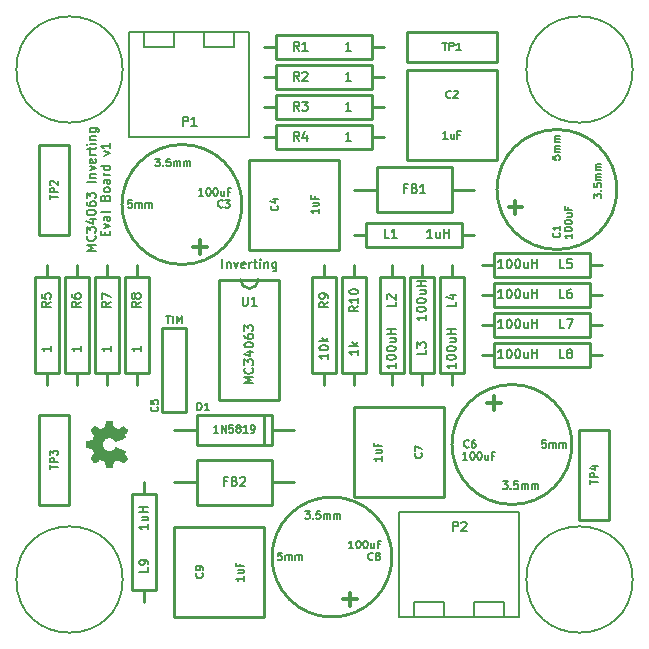
<source format=gto>
G04 (created by PCBNEW (2013-07-07 BZR 4022)-stable) date 5/10/2015 2:14:54 AM*
%MOIN*%
G04 Gerber Fmt 3.4, Leading zero omitted, Abs format*
%FSLAX34Y34*%
G01*
G70*
G90*
G04 APERTURE LIST*
%ADD10C,0.00590551*%
%ADD11C,0.006*%
%ADD12C,0.01*%
%ADD13C,0.0001*%
%ADD14C,0.005*%
%ADD15C,0.012*%
G04 APERTURE END LIST*
G54D10*
G54D11*
X66121Y-67299D02*
X65821Y-67299D01*
X66035Y-67199D01*
X65821Y-67099D01*
X66121Y-67099D01*
X66092Y-66785D02*
X66107Y-66800D01*
X66121Y-66842D01*
X66121Y-66871D01*
X66107Y-66914D01*
X66078Y-66942D01*
X66050Y-66957D01*
X65992Y-66971D01*
X65950Y-66971D01*
X65892Y-66957D01*
X65864Y-66942D01*
X65835Y-66914D01*
X65821Y-66871D01*
X65821Y-66842D01*
X65835Y-66800D01*
X65850Y-66785D01*
X65821Y-66685D02*
X65821Y-66500D01*
X65935Y-66600D01*
X65935Y-66557D01*
X65950Y-66528D01*
X65964Y-66514D01*
X65992Y-66500D01*
X66064Y-66500D01*
X66092Y-66514D01*
X66107Y-66528D01*
X66121Y-66557D01*
X66121Y-66642D01*
X66107Y-66671D01*
X66092Y-66685D01*
X65921Y-66242D02*
X66121Y-66242D01*
X65807Y-66314D02*
X66021Y-66385D01*
X66021Y-66200D01*
X65821Y-66028D02*
X65821Y-66000D01*
X65835Y-65971D01*
X65850Y-65957D01*
X65878Y-65942D01*
X65935Y-65928D01*
X66007Y-65928D01*
X66064Y-65942D01*
X66092Y-65957D01*
X66107Y-65971D01*
X66121Y-66000D01*
X66121Y-66028D01*
X66107Y-66057D01*
X66092Y-66071D01*
X66064Y-66085D01*
X66007Y-66100D01*
X65935Y-66100D01*
X65878Y-66085D01*
X65850Y-66071D01*
X65835Y-66057D01*
X65821Y-66028D01*
X65821Y-65671D02*
X65821Y-65728D01*
X65835Y-65757D01*
X65850Y-65771D01*
X65892Y-65800D01*
X65950Y-65814D01*
X66064Y-65814D01*
X66092Y-65800D01*
X66107Y-65785D01*
X66121Y-65757D01*
X66121Y-65700D01*
X66107Y-65671D01*
X66092Y-65657D01*
X66064Y-65642D01*
X65992Y-65642D01*
X65964Y-65657D01*
X65950Y-65671D01*
X65935Y-65700D01*
X65935Y-65757D01*
X65950Y-65785D01*
X65964Y-65800D01*
X65992Y-65814D01*
X65821Y-65542D02*
X65821Y-65357D01*
X65935Y-65457D01*
X65935Y-65414D01*
X65950Y-65385D01*
X65964Y-65371D01*
X65992Y-65357D01*
X66064Y-65357D01*
X66092Y-65371D01*
X66107Y-65385D01*
X66121Y-65414D01*
X66121Y-65500D01*
X66107Y-65528D01*
X66092Y-65542D01*
X66121Y-65000D02*
X65821Y-65000D01*
X65921Y-64857D02*
X66121Y-64857D01*
X65950Y-64857D02*
X65935Y-64842D01*
X65921Y-64814D01*
X65921Y-64771D01*
X65935Y-64742D01*
X65964Y-64728D01*
X66121Y-64728D01*
X65921Y-64614D02*
X66121Y-64542D01*
X65921Y-64471D01*
X66107Y-64242D02*
X66121Y-64271D01*
X66121Y-64328D01*
X66107Y-64357D01*
X66078Y-64371D01*
X65964Y-64371D01*
X65935Y-64357D01*
X65921Y-64328D01*
X65921Y-64271D01*
X65935Y-64242D01*
X65964Y-64228D01*
X65992Y-64228D01*
X66021Y-64371D01*
X66121Y-64100D02*
X65921Y-64100D01*
X65978Y-64100D02*
X65950Y-64085D01*
X65935Y-64071D01*
X65921Y-64042D01*
X65921Y-64014D01*
X65921Y-63957D02*
X65921Y-63842D01*
X65821Y-63914D02*
X66078Y-63914D01*
X66107Y-63900D01*
X66121Y-63871D01*
X66121Y-63842D01*
X66121Y-63742D02*
X65921Y-63742D01*
X65821Y-63742D02*
X65835Y-63757D01*
X65850Y-63742D01*
X65835Y-63728D01*
X65821Y-63742D01*
X65850Y-63742D01*
X65921Y-63600D02*
X66121Y-63600D01*
X65950Y-63600D02*
X65935Y-63585D01*
X65921Y-63557D01*
X65921Y-63514D01*
X65935Y-63485D01*
X65964Y-63471D01*
X66121Y-63471D01*
X65921Y-63200D02*
X66164Y-63200D01*
X66192Y-63214D01*
X66207Y-63228D01*
X66221Y-63257D01*
X66221Y-63300D01*
X66207Y-63328D01*
X66107Y-63200D02*
X66121Y-63228D01*
X66121Y-63285D01*
X66107Y-63314D01*
X66092Y-63328D01*
X66064Y-63342D01*
X65978Y-63342D01*
X65950Y-63328D01*
X65935Y-63314D01*
X65921Y-63285D01*
X65921Y-63228D01*
X65935Y-63200D01*
X66444Y-66778D02*
X66444Y-66678D01*
X66601Y-66635D02*
X66601Y-66778D01*
X66301Y-66778D01*
X66301Y-66635D01*
X66401Y-66535D02*
X66601Y-66464D01*
X66401Y-66392D01*
X66601Y-66150D02*
X66444Y-66150D01*
X66415Y-66164D01*
X66401Y-66192D01*
X66401Y-66250D01*
X66415Y-66278D01*
X66587Y-66150D02*
X66601Y-66178D01*
X66601Y-66250D01*
X66587Y-66278D01*
X66558Y-66292D01*
X66530Y-66292D01*
X66501Y-66278D01*
X66487Y-66250D01*
X66487Y-66178D01*
X66472Y-66150D01*
X66601Y-65964D02*
X66587Y-65992D01*
X66558Y-66007D01*
X66301Y-66007D01*
X66444Y-65521D02*
X66458Y-65478D01*
X66472Y-65464D01*
X66501Y-65450D01*
X66544Y-65450D01*
X66572Y-65464D01*
X66587Y-65478D01*
X66601Y-65507D01*
X66601Y-65621D01*
X66301Y-65621D01*
X66301Y-65521D01*
X66315Y-65492D01*
X66330Y-65478D01*
X66358Y-65464D01*
X66387Y-65464D01*
X66415Y-65478D01*
X66430Y-65492D01*
X66444Y-65521D01*
X66444Y-65621D01*
X66601Y-65278D02*
X66587Y-65307D01*
X66572Y-65321D01*
X66544Y-65335D01*
X66458Y-65335D01*
X66430Y-65321D01*
X66415Y-65307D01*
X66401Y-65278D01*
X66401Y-65235D01*
X66415Y-65207D01*
X66430Y-65192D01*
X66458Y-65178D01*
X66544Y-65178D01*
X66572Y-65192D01*
X66587Y-65207D01*
X66601Y-65235D01*
X66601Y-65278D01*
X66601Y-64921D02*
X66444Y-64921D01*
X66415Y-64935D01*
X66401Y-64964D01*
X66401Y-65021D01*
X66415Y-65049D01*
X66587Y-64921D02*
X66601Y-64949D01*
X66601Y-65021D01*
X66587Y-65049D01*
X66558Y-65064D01*
X66530Y-65064D01*
X66501Y-65049D01*
X66487Y-65021D01*
X66487Y-64949D01*
X66472Y-64921D01*
X66601Y-64778D02*
X66401Y-64778D01*
X66458Y-64778D02*
X66430Y-64764D01*
X66415Y-64749D01*
X66401Y-64721D01*
X66401Y-64692D01*
X66601Y-64464D02*
X66301Y-64464D01*
X66587Y-64464D02*
X66601Y-64492D01*
X66601Y-64549D01*
X66587Y-64578D01*
X66572Y-64592D01*
X66544Y-64607D01*
X66458Y-64607D01*
X66430Y-64592D01*
X66415Y-64578D01*
X66401Y-64549D01*
X66401Y-64492D01*
X66415Y-64464D01*
X66401Y-64121D02*
X66601Y-64049D01*
X66401Y-63978D01*
X66601Y-63707D02*
X66601Y-63878D01*
X66601Y-63792D02*
X66301Y-63792D01*
X66344Y-63821D01*
X66372Y-63850D01*
X66387Y-63878D01*
X70350Y-67871D02*
X70350Y-67571D01*
X70492Y-67671D02*
X70492Y-67871D01*
X70492Y-67700D02*
X70507Y-67685D01*
X70535Y-67671D01*
X70578Y-67671D01*
X70607Y-67685D01*
X70621Y-67714D01*
X70621Y-67871D01*
X70735Y-67671D02*
X70807Y-67871D01*
X70878Y-67671D01*
X71107Y-67857D02*
X71078Y-67871D01*
X71021Y-67871D01*
X70992Y-67857D01*
X70978Y-67828D01*
X70978Y-67714D01*
X70992Y-67685D01*
X71021Y-67671D01*
X71078Y-67671D01*
X71107Y-67685D01*
X71121Y-67714D01*
X71121Y-67742D01*
X70978Y-67771D01*
X71250Y-67871D02*
X71250Y-67671D01*
X71250Y-67728D02*
X71264Y-67700D01*
X71278Y-67685D01*
X71307Y-67671D01*
X71335Y-67671D01*
X71392Y-67671D02*
X71507Y-67671D01*
X71435Y-67571D02*
X71435Y-67828D01*
X71449Y-67857D01*
X71478Y-67871D01*
X71507Y-67871D01*
X71607Y-67871D02*
X71607Y-67671D01*
X71607Y-67571D02*
X71592Y-67585D01*
X71607Y-67600D01*
X71621Y-67585D01*
X71607Y-67571D01*
X71607Y-67600D01*
X71750Y-67671D02*
X71750Y-67871D01*
X71750Y-67700D02*
X71764Y-67685D01*
X71792Y-67671D01*
X71835Y-67671D01*
X71864Y-67685D01*
X71878Y-67714D01*
X71878Y-67871D01*
X72150Y-67671D02*
X72150Y-67914D01*
X72135Y-67942D01*
X72121Y-67957D01*
X72092Y-67971D01*
X72050Y-67971D01*
X72021Y-67957D01*
X72150Y-67857D02*
X72121Y-67871D01*
X72064Y-67871D01*
X72035Y-67857D01*
X72021Y-67842D01*
X72007Y-67814D01*
X72007Y-67728D01*
X72021Y-67700D01*
X72035Y-67685D01*
X72064Y-67671D01*
X72121Y-67671D01*
X72150Y-67685D01*
G54D10*
X68750Y-60000D02*
X68750Y-60500D01*
X68750Y-60500D02*
X67750Y-60500D01*
X67750Y-60500D02*
X67750Y-60000D01*
X70750Y-60000D02*
X70750Y-60500D01*
X70750Y-60500D02*
X69750Y-60500D01*
X69750Y-60500D02*
X69750Y-60000D01*
X71250Y-63500D02*
X71250Y-60000D01*
X71250Y-60000D02*
X67250Y-60000D01*
X67250Y-60000D02*
X67250Y-63500D01*
X67250Y-63500D02*
X71250Y-63500D01*
X78750Y-79500D02*
X78750Y-79000D01*
X78750Y-79000D02*
X79750Y-79000D01*
X79750Y-79000D02*
X79750Y-79500D01*
X76750Y-79500D02*
X76750Y-79000D01*
X76750Y-79000D02*
X77750Y-79000D01*
X77750Y-79000D02*
X77750Y-79500D01*
X76250Y-76000D02*
X76250Y-79500D01*
X76250Y-79500D02*
X80250Y-79500D01*
X80250Y-79500D02*
X80250Y-76000D01*
X80250Y-76000D02*
X76250Y-76000D01*
G54D12*
X74750Y-66750D02*
X75150Y-66750D01*
X75150Y-66750D02*
X75150Y-66350D01*
X75150Y-66350D02*
X78350Y-66350D01*
X78350Y-66350D02*
X78350Y-67150D01*
X78350Y-67150D02*
X75150Y-67150D01*
X75150Y-67150D02*
X75150Y-66750D01*
X78750Y-66750D02*
X78350Y-66750D01*
X71750Y-61500D02*
X72150Y-61500D01*
X72150Y-61500D02*
X72150Y-61100D01*
X72150Y-61100D02*
X75350Y-61100D01*
X75350Y-61100D02*
X75350Y-61900D01*
X75350Y-61900D02*
X72150Y-61900D01*
X72150Y-61900D02*
X72150Y-61500D01*
X75750Y-61500D02*
X75350Y-61500D01*
X71750Y-62500D02*
X72150Y-62500D01*
X72150Y-62500D02*
X72150Y-62100D01*
X72150Y-62100D02*
X75350Y-62100D01*
X75350Y-62100D02*
X75350Y-62900D01*
X75350Y-62900D02*
X72150Y-62900D01*
X72150Y-62900D02*
X72150Y-62500D01*
X75750Y-62500D02*
X75350Y-62500D01*
X67750Y-79000D02*
X67750Y-78600D01*
X67750Y-78600D02*
X67350Y-78600D01*
X67350Y-78600D02*
X67350Y-75400D01*
X67350Y-75400D02*
X68150Y-75400D01*
X68150Y-75400D02*
X68150Y-78600D01*
X68150Y-78600D02*
X67750Y-78600D01*
X67750Y-75000D02*
X67750Y-75400D01*
X71750Y-63500D02*
X72150Y-63500D01*
X72150Y-63500D02*
X72150Y-63100D01*
X72150Y-63100D02*
X75350Y-63100D01*
X75350Y-63100D02*
X75350Y-63900D01*
X75350Y-63900D02*
X72150Y-63900D01*
X72150Y-63900D02*
X72150Y-63500D01*
X75750Y-63500D02*
X75350Y-63500D01*
X71750Y-60500D02*
X72150Y-60500D01*
X72150Y-60500D02*
X72150Y-60100D01*
X72150Y-60100D02*
X75350Y-60100D01*
X75350Y-60100D02*
X75350Y-60900D01*
X75350Y-60900D02*
X72150Y-60900D01*
X72150Y-60900D02*
X72150Y-60500D01*
X75750Y-60500D02*
X75350Y-60500D01*
X77000Y-71750D02*
X77000Y-71350D01*
X77000Y-71350D02*
X76600Y-71350D01*
X76600Y-71350D02*
X76600Y-68150D01*
X76600Y-68150D02*
X77400Y-68150D01*
X77400Y-68150D02*
X77400Y-71350D01*
X77400Y-71350D02*
X77000Y-71350D01*
X77000Y-67750D02*
X77000Y-68150D01*
X78000Y-67750D02*
X78000Y-68150D01*
X78000Y-68150D02*
X78400Y-68150D01*
X78400Y-68150D02*
X78400Y-71350D01*
X78400Y-71350D02*
X77600Y-71350D01*
X77600Y-71350D02*
X77600Y-68150D01*
X77600Y-68150D02*
X78000Y-68150D01*
X78000Y-71750D02*
X78000Y-71350D01*
X74750Y-67750D02*
X74750Y-68150D01*
X74750Y-68150D02*
X75150Y-68150D01*
X75150Y-68150D02*
X75150Y-71350D01*
X75150Y-71350D02*
X74350Y-71350D01*
X74350Y-71350D02*
X74350Y-68150D01*
X74350Y-68150D02*
X74750Y-68150D01*
X74750Y-71750D02*
X74750Y-71350D01*
X73750Y-67750D02*
X73750Y-68150D01*
X73750Y-68150D02*
X74150Y-68150D01*
X74150Y-68150D02*
X74150Y-71350D01*
X74150Y-71350D02*
X73350Y-71350D01*
X73350Y-71350D02*
X73350Y-68150D01*
X73350Y-68150D02*
X73750Y-68150D01*
X73750Y-71750D02*
X73750Y-71350D01*
X83000Y-67750D02*
X82600Y-67750D01*
X82600Y-67750D02*
X82600Y-68150D01*
X82600Y-68150D02*
X79400Y-68150D01*
X79400Y-68150D02*
X79400Y-67350D01*
X79400Y-67350D02*
X82600Y-67350D01*
X82600Y-67350D02*
X82600Y-67750D01*
X79000Y-67750D02*
X79400Y-67750D01*
X76000Y-67750D02*
X76000Y-68150D01*
X76000Y-68150D02*
X76400Y-68150D01*
X76400Y-68150D02*
X76400Y-71350D01*
X76400Y-71350D02*
X75600Y-71350D01*
X75600Y-71350D02*
X75600Y-68150D01*
X75600Y-68150D02*
X76000Y-68150D01*
X76000Y-71750D02*
X76000Y-71350D01*
X83000Y-68750D02*
X82600Y-68750D01*
X82600Y-68750D02*
X82600Y-69150D01*
X82600Y-69150D02*
X79400Y-69150D01*
X79400Y-69150D02*
X79400Y-68350D01*
X79400Y-68350D02*
X82600Y-68350D01*
X82600Y-68350D02*
X82600Y-68750D01*
X79000Y-68750D02*
X79400Y-68750D01*
X64500Y-67750D02*
X64500Y-68150D01*
X64500Y-68150D02*
X64900Y-68150D01*
X64900Y-68150D02*
X64900Y-71350D01*
X64900Y-71350D02*
X64100Y-71350D01*
X64100Y-71350D02*
X64100Y-68150D01*
X64100Y-68150D02*
X64500Y-68150D01*
X64500Y-71750D02*
X64500Y-71350D01*
X67500Y-67750D02*
X67500Y-68150D01*
X67500Y-68150D02*
X67900Y-68150D01*
X67900Y-68150D02*
X67900Y-71350D01*
X67900Y-71350D02*
X67100Y-71350D01*
X67100Y-71350D02*
X67100Y-68150D01*
X67100Y-68150D02*
X67500Y-68150D01*
X67500Y-71750D02*
X67500Y-71350D01*
X66500Y-67750D02*
X66500Y-68150D01*
X66500Y-68150D02*
X66900Y-68150D01*
X66900Y-68150D02*
X66900Y-71350D01*
X66900Y-71350D02*
X66100Y-71350D01*
X66100Y-71350D02*
X66100Y-68150D01*
X66100Y-68150D02*
X66500Y-68150D01*
X66500Y-71750D02*
X66500Y-71350D01*
X65500Y-67750D02*
X65500Y-68150D01*
X65500Y-68150D02*
X65900Y-68150D01*
X65900Y-68150D02*
X65900Y-71350D01*
X65900Y-71350D02*
X65100Y-71350D01*
X65100Y-71350D02*
X65100Y-68150D01*
X65100Y-68150D02*
X65500Y-68150D01*
X65500Y-71750D02*
X65500Y-71350D01*
X83000Y-69750D02*
X82600Y-69750D01*
X82600Y-69750D02*
X82600Y-70150D01*
X82600Y-70150D02*
X79400Y-70150D01*
X79400Y-70150D02*
X79400Y-69350D01*
X79400Y-69350D02*
X82600Y-69350D01*
X82600Y-69350D02*
X82600Y-69750D01*
X79000Y-69750D02*
X79400Y-69750D01*
X83000Y-70750D02*
X82600Y-70750D01*
X82600Y-70750D02*
X82600Y-71150D01*
X82600Y-71150D02*
X79400Y-71150D01*
X79400Y-71150D02*
X79400Y-70350D01*
X79400Y-70350D02*
X82600Y-70350D01*
X82600Y-70350D02*
X82600Y-70750D01*
X79000Y-70750D02*
X79400Y-70750D01*
X72000Y-74250D02*
X69500Y-74250D01*
X72000Y-75750D02*
X69500Y-75750D01*
X72000Y-75000D02*
X72000Y-75750D01*
X69500Y-75750D02*
X69500Y-74250D01*
X72000Y-74250D02*
X72000Y-75000D01*
X68750Y-75000D02*
X69500Y-75000D01*
X72750Y-75000D02*
X72000Y-75000D01*
X78000Y-64500D02*
X75500Y-64500D01*
X78000Y-66000D02*
X75500Y-66000D01*
X78000Y-65250D02*
X78000Y-66000D01*
X75500Y-66000D02*
X75500Y-64500D01*
X78000Y-64500D02*
X78000Y-65250D01*
X74750Y-65250D02*
X75500Y-65250D01*
X78750Y-65250D02*
X78000Y-65250D01*
X71250Y-68550D02*
G75*
G03X71550Y-68250I0J300D01*
G74*
G01*
X70950Y-68250D02*
G75*
G03X71250Y-68550I300J0D01*
G74*
G01*
X72250Y-68250D02*
X72250Y-72250D01*
X72250Y-72250D02*
X70250Y-72250D01*
X70250Y-72250D02*
X70250Y-68250D01*
X70250Y-68250D02*
X72250Y-68250D01*
X68750Y-73250D02*
X69500Y-73250D01*
X72000Y-73250D02*
X72750Y-73250D01*
X71750Y-72750D02*
X71750Y-73750D01*
X69500Y-73750D02*
X72000Y-73750D01*
X69500Y-72750D02*
X69500Y-73750D01*
X72000Y-72750D02*
X72000Y-73750D01*
X69500Y-72750D02*
X72000Y-72750D01*
G54D10*
X67021Y-61250D02*
G75*
G03X67021Y-61250I-1771J0D01*
G74*
G01*
X84021Y-61250D02*
G75*
G03X84021Y-61250I-1771J0D01*
G74*
G01*
X67021Y-78250D02*
G75*
G03X67021Y-78250I-1771J0D01*
G74*
G01*
X84021Y-78250D02*
G75*
G03X84021Y-78250I-1771J0D01*
G74*
G01*
G54D12*
X74250Y-67250D02*
X74250Y-64250D01*
X71250Y-67250D02*
X71250Y-64250D01*
X71250Y-64250D02*
X74250Y-64250D01*
X71250Y-67250D02*
X74250Y-67250D01*
X74750Y-72500D02*
X74750Y-75500D01*
X77750Y-72500D02*
X77750Y-75500D01*
X77750Y-75500D02*
X74750Y-75500D01*
X77750Y-72500D02*
X74750Y-72500D01*
X71750Y-79500D02*
X71750Y-76500D01*
X68750Y-79500D02*
X68750Y-76500D01*
X68750Y-76500D02*
X71750Y-76500D01*
X68750Y-79500D02*
X71750Y-79500D01*
X76500Y-64250D02*
X79500Y-64250D01*
X76500Y-61250D02*
X79500Y-61250D01*
X79500Y-61250D02*
X79500Y-64250D01*
X76500Y-61250D02*
X76500Y-64250D01*
X71000Y-65750D02*
G75*
G03X71000Y-65750I-2000J0D01*
G74*
G01*
X82000Y-73750D02*
G75*
G03X82000Y-73750I-2000J0D01*
G74*
G01*
X76000Y-77500D02*
G75*
G03X76000Y-77500I-2000J0D01*
G74*
G01*
X83500Y-65250D02*
G75*
G03X83500Y-65250I-2000J0D01*
G74*
G01*
X83250Y-76250D02*
X83250Y-73250D01*
X82250Y-76250D02*
X83250Y-76250D01*
X82250Y-73250D02*
X83250Y-73250D01*
X82250Y-76250D02*
X82250Y-73250D01*
X65250Y-75750D02*
X65250Y-72750D01*
X64250Y-75750D02*
X65250Y-75750D01*
X64250Y-72750D02*
X65250Y-72750D01*
X64250Y-75750D02*
X64250Y-72750D01*
X65250Y-66750D02*
X65250Y-63750D01*
X64250Y-66750D02*
X65250Y-66750D01*
X64250Y-63750D02*
X65250Y-63750D01*
X64250Y-66750D02*
X64250Y-63750D01*
X76500Y-61000D02*
X79500Y-61000D01*
X76500Y-60000D02*
X76500Y-61000D01*
X79500Y-60000D02*
X79500Y-61000D01*
X76500Y-60000D02*
X79500Y-60000D01*
X69150Y-69850D02*
X69150Y-72650D01*
X69150Y-72650D02*
X68350Y-72650D01*
X68350Y-72650D02*
X68350Y-69850D01*
X68350Y-69850D02*
X69150Y-69850D01*
G54D13*
G36*
X67207Y-74227D02*
X67203Y-74219D01*
X67191Y-74200D01*
X67174Y-74174D01*
X67153Y-74143D01*
X67132Y-74112D01*
X67115Y-74086D01*
X67103Y-74068D01*
X67099Y-74061D01*
X67100Y-74057D01*
X67108Y-74042D01*
X67119Y-74020D01*
X67125Y-74008D01*
X67134Y-73988D01*
X67136Y-73978D01*
X67133Y-73977D01*
X67118Y-73969D01*
X67092Y-73958D01*
X67058Y-73943D01*
X67018Y-73926D01*
X66975Y-73908D01*
X66931Y-73890D01*
X66889Y-73872D01*
X66851Y-73857D01*
X66821Y-73844D01*
X66799Y-73836D01*
X66790Y-73833D01*
X66788Y-73834D01*
X66779Y-73844D01*
X66766Y-73861D01*
X66735Y-73899D01*
X66689Y-73935D01*
X66637Y-73958D01*
X66579Y-73965D01*
X66526Y-73959D01*
X66475Y-73938D01*
X66428Y-73902D01*
X66394Y-73858D01*
X66372Y-73807D01*
X66365Y-73750D01*
X66371Y-73695D01*
X66392Y-73643D01*
X66427Y-73596D01*
X66450Y-73577D01*
X66497Y-73550D01*
X66547Y-73534D01*
X66559Y-73533D01*
X66615Y-73535D01*
X66668Y-73551D01*
X66715Y-73580D01*
X66754Y-73621D01*
X66758Y-73626D01*
X66772Y-73645D01*
X66781Y-73657D01*
X66789Y-73667D01*
X66959Y-73597D01*
X66986Y-73586D01*
X67032Y-73566D01*
X67072Y-73549D01*
X67104Y-73536D01*
X67125Y-73526D01*
X67134Y-73522D01*
X67134Y-73522D01*
X67135Y-73516D01*
X67130Y-73503D01*
X67119Y-73479D01*
X67111Y-73463D01*
X67102Y-73445D01*
X67099Y-73437D01*
X67103Y-73430D01*
X67114Y-73413D01*
X67131Y-73388D01*
X67151Y-73358D01*
X67171Y-73329D01*
X67189Y-73302D01*
X67201Y-73283D01*
X67206Y-73273D01*
X67206Y-73272D01*
X67201Y-73264D01*
X67189Y-73248D01*
X67167Y-73225D01*
X67135Y-73193D01*
X67130Y-73188D01*
X67102Y-73161D01*
X67079Y-73139D01*
X67063Y-73124D01*
X67056Y-73119D01*
X67056Y-73119D01*
X67046Y-73124D01*
X67027Y-73136D01*
X67000Y-73154D01*
X66969Y-73175D01*
X66887Y-73231D01*
X66810Y-73200D01*
X66787Y-73191D01*
X66758Y-73179D01*
X66738Y-73170D01*
X66729Y-73165D01*
X66726Y-73157D01*
X66721Y-73136D01*
X66714Y-73105D01*
X66708Y-73069D01*
X66701Y-73034D01*
X66695Y-73003D01*
X66691Y-72980D01*
X66689Y-72970D01*
X66687Y-72968D01*
X66682Y-72966D01*
X66672Y-72964D01*
X66653Y-72964D01*
X66623Y-72963D01*
X66579Y-72963D01*
X66575Y-72963D01*
X66533Y-72964D01*
X66500Y-72964D01*
X66479Y-72965D01*
X66471Y-72967D01*
X66471Y-72967D01*
X66468Y-72977D01*
X66464Y-72999D01*
X66457Y-73030D01*
X66450Y-73068D01*
X66450Y-73070D01*
X66443Y-73107D01*
X66436Y-73138D01*
X66431Y-73160D01*
X66428Y-73169D01*
X66426Y-73171D01*
X66411Y-73179D01*
X66388Y-73190D01*
X66360Y-73202D01*
X66331Y-73214D01*
X66304Y-73225D01*
X66285Y-73232D01*
X66276Y-73234D01*
X66276Y-73234D01*
X66267Y-73228D01*
X66247Y-73215D01*
X66221Y-73197D01*
X66189Y-73175D01*
X66186Y-73174D01*
X66155Y-73152D01*
X66128Y-73135D01*
X66109Y-73123D01*
X66101Y-73119D01*
X66100Y-73119D01*
X66091Y-73126D01*
X66073Y-73142D01*
X66049Y-73165D01*
X66021Y-73193D01*
X66013Y-73202D01*
X65983Y-73232D01*
X65963Y-73253D01*
X65953Y-73267D01*
X65950Y-73273D01*
X65951Y-73273D01*
X65956Y-73283D01*
X65969Y-73303D01*
X65988Y-73330D01*
X66009Y-73362D01*
X66011Y-73364D01*
X66032Y-73395D01*
X66050Y-73421D01*
X66062Y-73440D01*
X66067Y-73448D01*
X66067Y-73450D01*
X66063Y-73462D01*
X66056Y-73485D01*
X66045Y-73512D01*
X66033Y-73541D01*
X66022Y-73568D01*
X66013Y-73588D01*
X66008Y-73597D01*
X66007Y-73597D01*
X65996Y-73601D01*
X65972Y-73606D01*
X65940Y-73613D01*
X65901Y-73620D01*
X65895Y-73621D01*
X65858Y-73628D01*
X65827Y-73634D01*
X65805Y-73639D01*
X65796Y-73641D01*
X65795Y-73646D01*
X65794Y-73665D01*
X65793Y-73693D01*
X65793Y-73727D01*
X65793Y-73762D01*
X65794Y-73796D01*
X65795Y-73826D01*
X65796Y-73847D01*
X65798Y-73856D01*
X65799Y-73857D01*
X65810Y-73860D01*
X65834Y-73865D01*
X65866Y-73872D01*
X65905Y-73879D01*
X65912Y-73880D01*
X65949Y-73887D01*
X65980Y-73894D01*
X66001Y-73898D01*
X66009Y-73901D01*
X66011Y-73904D01*
X66018Y-73919D01*
X66028Y-73944D01*
X66041Y-73976D01*
X66070Y-74048D01*
X66009Y-74136D01*
X66004Y-74144D01*
X65982Y-74176D01*
X65965Y-74202D01*
X65953Y-74220D01*
X65949Y-74228D01*
X65949Y-74228D01*
X65957Y-74237D01*
X65973Y-74255D01*
X65997Y-74279D01*
X66024Y-74306D01*
X66045Y-74327D01*
X66070Y-74351D01*
X66086Y-74367D01*
X66097Y-74375D01*
X66104Y-74378D01*
X66108Y-74377D01*
X66117Y-74372D01*
X66136Y-74359D01*
X66163Y-74341D01*
X66194Y-74319D01*
X66221Y-74301D01*
X66250Y-74282D01*
X66271Y-74270D01*
X66282Y-74265D01*
X66286Y-74266D01*
X66303Y-74273D01*
X66330Y-74283D01*
X66361Y-74296D01*
X66431Y-74327D01*
X66439Y-74373D01*
X66445Y-74401D01*
X66452Y-74440D01*
X66459Y-74477D01*
X66471Y-74535D01*
X66683Y-74537D01*
X66687Y-74528D01*
X66690Y-74519D01*
X66694Y-74498D01*
X66700Y-74467D01*
X66707Y-74431D01*
X66713Y-74400D01*
X66719Y-74369D01*
X66723Y-74347D01*
X66725Y-74337D01*
X66729Y-74334D01*
X66744Y-74326D01*
X66768Y-74315D01*
X66797Y-74303D01*
X66826Y-74291D01*
X66854Y-74280D01*
X66875Y-74272D01*
X66886Y-74269D01*
X66894Y-74273D01*
X66912Y-74285D01*
X66938Y-74302D01*
X66969Y-74323D01*
X67000Y-74345D01*
X67027Y-74362D01*
X67046Y-74375D01*
X67054Y-74380D01*
X67060Y-74377D01*
X67075Y-74365D01*
X67099Y-74342D01*
X67134Y-74307D01*
X67139Y-74301D01*
X67166Y-74274D01*
X67187Y-74250D01*
X67202Y-74234D01*
X67207Y-74227D01*
X67207Y-74227D01*
G37*
G54D11*
X69028Y-63121D02*
X69028Y-62821D01*
X69142Y-62821D01*
X69171Y-62835D01*
X69185Y-62850D01*
X69200Y-62878D01*
X69200Y-62921D01*
X69185Y-62950D01*
X69171Y-62964D01*
X69142Y-62978D01*
X69028Y-62978D01*
X69485Y-63121D02*
X69314Y-63121D01*
X69400Y-63121D02*
X69400Y-62821D01*
X69371Y-62864D01*
X69342Y-62892D01*
X69314Y-62907D01*
X78028Y-76621D02*
X78028Y-76321D01*
X78142Y-76321D01*
X78171Y-76335D01*
X78185Y-76350D01*
X78200Y-76378D01*
X78200Y-76421D01*
X78185Y-76450D01*
X78171Y-76464D01*
X78142Y-76478D01*
X78028Y-76478D01*
X78314Y-76350D02*
X78328Y-76335D01*
X78357Y-76321D01*
X78428Y-76321D01*
X78457Y-76335D01*
X78471Y-76350D01*
X78485Y-76378D01*
X78485Y-76407D01*
X78471Y-76450D01*
X78300Y-76621D01*
X78485Y-76621D01*
X75900Y-66871D02*
X75757Y-66871D01*
X75757Y-66571D01*
X76157Y-66871D02*
X75985Y-66871D01*
X76071Y-66871D02*
X76071Y-66571D01*
X76042Y-66614D01*
X76014Y-66642D01*
X75985Y-66657D01*
X77342Y-66871D02*
X77171Y-66871D01*
X77257Y-66871D02*
X77257Y-66571D01*
X77228Y-66614D01*
X77200Y-66642D01*
X77171Y-66657D01*
X77600Y-66671D02*
X77600Y-66871D01*
X77471Y-66671D02*
X77471Y-66828D01*
X77485Y-66857D01*
X77514Y-66871D01*
X77557Y-66871D01*
X77585Y-66857D01*
X77600Y-66842D01*
X77742Y-66871D02*
X77742Y-66571D01*
X77742Y-66714D02*
X77914Y-66714D01*
X77914Y-66871D02*
X77914Y-66571D01*
X72900Y-61621D02*
X72800Y-61478D01*
X72728Y-61621D02*
X72728Y-61321D01*
X72842Y-61321D01*
X72871Y-61335D01*
X72885Y-61350D01*
X72900Y-61378D01*
X72900Y-61421D01*
X72885Y-61450D01*
X72871Y-61464D01*
X72842Y-61478D01*
X72728Y-61478D01*
X73014Y-61350D02*
X73028Y-61335D01*
X73057Y-61321D01*
X73128Y-61321D01*
X73157Y-61335D01*
X73171Y-61350D01*
X73185Y-61378D01*
X73185Y-61407D01*
X73171Y-61450D01*
X73000Y-61621D01*
X73185Y-61621D01*
X74635Y-61621D02*
X74464Y-61621D01*
X74550Y-61621D02*
X74550Y-61321D01*
X74521Y-61364D01*
X74492Y-61392D01*
X74464Y-61407D01*
X72900Y-62621D02*
X72800Y-62478D01*
X72728Y-62621D02*
X72728Y-62321D01*
X72842Y-62321D01*
X72871Y-62335D01*
X72885Y-62350D01*
X72900Y-62378D01*
X72900Y-62421D01*
X72885Y-62450D01*
X72871Y-62464D01*
X72842Y-62478D01*
X72728Y-62478D01*
X73000Y-62321D02*
X73185Y-62321D01*
X73085Y-62435D01*
X73128Y-62435D01*
X73157Y-62450D01*
X73171Y-62464D01*
X73185Y-62492D01*
X73185Y-62564D01*
X73171Y-62592D01*
X73157Y-62607D01*
X73128Y-62621D01*
X73042Y-62621D01*
X73014Y-62607D01*
X73000Y-62592D01*
X74635Y-62621D02*
X74464Y-62621D01*
X74550Y-62621D02*
X74550Y-62321D01*
X74521Y-62364D01*
X74492Y-62392D01*
X74464Y-62407D01*
X67871Y-77849D02*
X67871Y-77992D01*
X67571Y-77992D01*
X67871Y-77735D02*
X67871Y-77678D01*
X67857Y-77649D01*
X67842Y-77635D01*
X67800Y-77607D01*
X67742Y-77592D01*
X67628Y-77592D01*
X67600Y-77607D01*
X67585Y-77621D01*
X67571Y-77649D01*
X67571Y-77707D01*
X67585Y-77735D01*
X67600Y-77749D01*
X67628Y-77764D01*
X67700Y-77764D01*
X67728Y-77749D01*
X67742Y-77735D01*
X67757Y-77707D01*
X67757Y-77649D01*
X67742Y-77621D01*
X67728Y-77607D01*
X67700Y-77592D01*
X67871Y-76407D02*
X67871Y-76578D01*
X67871Y-76492D02*
X67571Y-76492D01*
X67614Y-76521D01*
X67642Y-76550D01*
X67657Y-76578D01*
X67671Y-76150D02*
X67871Y-76150D01*
X67671Y-76278D02*
X67828Y-76278D01*
X67857Y-76264D01*
X67871Y-76235D01*
X67871Y-76192D01*
X67857Y-76164D01*
X67842Y-76150D01*
X67871Y-76007D02*
X67571Y-76007D01*
X67714Y-76007D02*
X67714Y-75835D01*
X67871Y-75835D02*
X67571Y-75835D01*
X72900Y-63621D02*
X72800Y-63478D01*
X72728Y-63621D02*
X72728Y-63321D01*
X72842Y-63321D01*
X72871Y-63335D01*
X72885Y-63350D01*
X72900Y-63378D01*
X72900Y-63421D01*
X72885Y-63450D01*
X72871Y-63464D01*
X72842Y-63478D01*
X72728Y-63478D01*
X73157Y-63421D02*
X73157Y-63621D01*
X73085Y-63307D02*
X73014Y-63521D01*
X73200Y-63521D01*
X74635Y-63621D02*
X74464Y-63621D01*
X74550Y-63621D02*
X74550Y-63321D01*
X74521Y-63364D01*
X74492Y-63392D01*
X74464Y-63407D01*
X72900Y-60621D02*
X72800Y-60478D01*
X72728Y-60621D02*
X72728Y-60321D01*
X72842Y-60321D01*
X72871Y-60335D01*
X72885Y-60350D01*
X72900Y-60378D01*
X72900Y-60421D01*
X72885Y-60450D01*
X72871Y-60464D01*
X72842Y-60478D01*
X72728Y-60478D01*
X73185Y-60621D02*
X73014Y-60621D01*
X73100Y-60621D02*
X73100Y-60321D01*
X73071Y-60364D01*
X73042Y-60392D01*
X73014Y-60407D01*
X74635Y-60621D02*
X74464Y-60621D01*
X74550Y-60621D02*
X74550Y-60321D01*
X74521Y-60364D01*
X74492Y-60392D01*
X74464Y-60407D01*
X77121Y-70599D02*
X77121Y-70742D01*
X76821Y-70742D01*
X76821Y-70528D02*
X76821Y-70342D01*
X76935Y-70442D01*
X76935Y-70399D01*
X76950Y-70371D01*
X76964Y-70357D01*
X76992Y-70342D01*
X77064Y-70342D01*
X77092Y-70357D01*
X77107Y-70371D01*
X77121Y-70399D01*
X77121Y-70485D01*
X77107Y-70514D01*
X77092Y-70528D01*
X77121Y-69442D02*
X77121Y-69614D01*
X77121Y-69528D02*
X76821Y-69528D01*
X76864Y-69557D01*
X76892Y-69585D01*
X76907Y-69614D01*
X76821Y-69257D02*
X76821Y-69228D01*
X76835Y-69200D01*
X76850Y-69185D01*
X76878Y-69171D01*
X76935Y-69157D01*
X77007Y-69157D01*
X77064Y-69171D01*
X77092Y-69185D01*
X77107Y-69200D01*
X77121Y-69228D01*
X77121Y-69257D01*
X77107Y-69285D01*
X77092Y-69300D01*
X77064Y-69314D01*
X77007Y-69328D01*
X76935Y-69328D01*
X76878Y-69314D01*
X76850Y-69300D01*
X76835Y-69285D01*
X76821Y-69257D01*
X76821Y-68971D02*
X76821Y-68942D01*
X76835Y-68914D01*
X76850Y-68900D01*
X76878Y-68885D01*
X76935Y-68871D01*
X77007Y-68871D01*
X77064Y-68885D01*
X77092Y-68900D01*
X77107Y-68914D01*
X77121Y-68942D01*
X77121Y-68971D01*
X77107Y-69000D01*
X77092Y-69014D01*
X77064Y-69028D01*
X77007Y-69042D01*
X76935Y-69042D01*
X76878Y-69028D01*
X76850Y-69014D01*
X76835Y-69000D01*
X76821Y-68971D01*
X76921Y-68614D02*
X77121Y-68614D01*
X76921Y-68742D02*
X77078Y-68742D01*
X77107Y-68728D01*
X77121Y-68700D01*
X77121Y-68657D01*
X77107Y-68628D01*
X77092Y-68614D01*
X77121Y-68471D02*
X76821Y-68471D01*
X76964Y-68471D02*
X76964Y-68300D01*
X77121Y-68300D02*
X76821Y-68300D01*
X78121Y-68999D02*
X78121Y-69142D01*
X77821Y-69142D01*
X77921Y-68771D02*
X78121Y-68771D01*
X77807Y-68842D02*
X78021Y-68914D01*
X78021Y-68728D01*
X78121Y-71042D02*
X78121Y-71214D01*
X78121Y-71128D02*
X77821Y-71128D01*
X77864Y-71157D01*
X77892Y-71185D01*
X77907Y-71214D01*
X77821Y-70857D02*
X77821Y-70828D01*
X77835Y-70800D01*
X77850Y-70785D01*
X77878Y-70771D01*
X77935Y-70757D01*
X78007Y-70757D01*
X78064Y-70771D01*
X78092Y-70785D01*
X78107Y-70800D01*
X78121Y-70828D01*
X78121Y-70857D01*
X78107Y-70885D01*
X78092Y-70900D01*
X78064Y-70914D01*
X78007Y-70928D01*
X77935Y-70928D01*
X77878Y-70914D01*
X77850Y-70900D01*
X77835Y-70885D01*
X77821Y-70857D01*
X77821Y-70571D02*
X77821Y-70542D01*
X77835Y-70514D01*
X77850Y-70500D01*
X77878Y-70485D01*
X77935Y-70471D01*
X78007Y-70471D01*
X78064Y-70485D01*
X78092Y-70500D01*
X78107Y-70514D01*
X78121Y-70542D01*
X78121Y-70571D01*
X78107Y-70600D01*
X78092Y-70614D01*
X78064Y-70628D01*
X78007Y-70642D01*
X77935Y-70642D01*
X77878Y-70628D01*
X77850Y-70614D01*
X77835Y-70600D01*
X77821Y-70571D01*
X77921Y-70214D02*
X78121Y-70214D01*
X77921Y-70342D02*
X78078Y-70342D01*
X78107Y-70328D01*
X78121Y-70300D01*
X78121Y-70257D01*
X78107Y-70228D01*
X78092Y-70214D01*
X78121Y-70071D02*
X77821Y-70071D01*
X77964Y-70071D02*
X77964Y-69900D01*
X78121Y-69900D02*
X77821Y-69900D01*
X74871Y-69142D02*
X74728Y-69242D01*
X74871Y-69314D02*
X74571Y-69314D01*
X74571Y-69200D01*
X74585Y-69171D01*
X74600Y-69157D01*
X74628Y-69142D01*
X74671Y-69142D01*
X74700Y-69157D01*
X74714Y-69171D01*
X74728Y-69200D01*
X74728Y-69314D01*
X74871Y-68857D02*
X74871Y-69028D01*
X74871Y-68942D02*
X74571Y-68942D01*
X74614Y-68971D01*
X74642Y-69000D01*
X74657Y-69028D01*
X74571Y-68671D02*
X74571Y-68642D01*
X74585Y-68614D01*
X74600Y-68600D01*
X74628Y-68585D01*
X74685Y-68571D01*
X74757Y-68571D01*
X74814Y-68585D01*
X74842Y-68600D01*
X74857Y-68614D01*
X74871Y-68642D01*
X74871Y-68671D01*
X74857Y-68700D01*
X74842Y-68714D01*
X74814Y-68728D01*
X74757Y-68742D01*
X74685Y-68742D01*
X74628Y-68728D01*
X74600Y-68714D01*
X74585Y-68700D01*
X74571Y-68671D01*
X74871Y-70585D02*
X74871Y-70757D01*
X74871Y-70671D02*
X74571Y-70671D01*
X74614Y-70699D01*
X74642Y-70728D01*
X74657Y-70757D01*
X74871Y-70457D02*
X74571Y-70457D01*
X74757Y-70428D02*
X74871Y-70342D01*
X74671Y-70342D02*
X74785Y-70457D01*
X73871Y-69000D02*
X73728Y-69100D01*
X73871Y-69171D02*
X73571Y-69171D01*
X73571Y-69057D01*
X73585Y-69028D01*
X73600Y-69014D01*
X73628Y-69000D01*
X73671Y-69000D01*
X73700Y-69014D01*
X73714Y-69028D01*
X73728Y-69057D01*
X73728Y-69171D01*
X73871Y-68857D02*
X73871Y-68800D01*
X73857Y-68771D01*
X73842Y-68757D01*
X73800Y-68728D01*
X73742Y-68714D01*
X73628Y-68714D01*
X73600Y-68728D01*
X73585Y-68742D01*
X73571Y-68771D01*
X73571Y-68828D01*
X73585Y-68857D01*
X73600Y-68871D01*
X73628Y-68885D01*
X73700Y-68885D01*
X73728Y-68871D01*
X73742Y-68857D01*
X73757Y-68828D01*
X73757Y-68771D01*
X73742Y-68742D01*
X73728Y-68728D01*
X73700Y-68714D01*
X73871Y-70728D02*
X73871Y-70899D01*
X73871Y-70814D02*
X73571Y-70814D01*
X73614Y-70842D01*
X73642Y-70871D01*
X73657Y-70899D01*
X73571Y-70542D02*
X73571Y-70514D01*
X73585Y-70485D01*
X73600Y-70471D01*
X73628Y-70457D01*
X73685Y-70442D01*
X73757Y-70442D01*
X73814Y-70457D01*
X73842Y-70471D01*
X73857Y-70485D01*
X73871Y-70514D01*
X73871Y-70542D01*
X73857Y-70571D01*
X73842Y-70585D01*
X73814Y-70599D01*
X73757Y-70614D01*
X73685Y-70614D01*
X73628Y-70599D01*
X73600Y-70585D01*
X73585Y-70571D01*
X73571Y-70542D01*
X73871Y-70314D02*
X73571Y-70314D01*
X73757Y-70285D02*
X73871Y-70200D01*
X73671Y-70200D02*
X73785Y-70314D01*
X81750Y-67871D02*
X81607Y-67871D01*
X81607Y-67571D01*
X81992Y-67571D02*
X81850Y-67571D01*
X81835Y-67714D01*
X81850Y-67700D01*
X81878Y-67685D01*
X81950Y-67685D01*
X81978Y-67700D01*
X81992Y-67714D01*
X82007Y-67742D01*
X82007Y-67814D01*
X81992Y-67842D01*
X81978Y-67857D01*
X81950Y-67871D01*
X81878Y-67871D01*
X81850Y-67857D01*
X81835Y-67842D01*
X79707Y-67871D02*
X79535Y-67871D01*
X79621Y-67871D02*
X79621Y-67571D01*
X79592Y-67614D01*
X79564Y-67642D01*
X79535Y-67657D01*
X79892Y-67571D02*
X79921Y-67571D01*
X79950Y-67585D01*
X79964Y-67600D01*
X79978Y-67628D01*
X79992Y-67685D01*
X79992Y-67757D01*
X79978Y-67814D01*
X79964Y-67842D01*
X79950Y-67857D01*
X79921Y-67871D01*
X79892Y-67871D01*
X79864Y-67857D01*
X79850Y-67842D01*
X79835Y-67814D01*
X79821Y-67757D01*
X79821Y-67685D01*
X79835Y-67628D01*
X79850Y-67600D01*
X79864Y-67585D01*
X79892Y-67571D01*
X80178Y-67571D02*
X80207Y-67571D01*
X80235Y-67585D01*
X80250Y-67600D01*
X80264Y-67628D01*
X80278Y-67685D01*
X80278Y-67757D01*
X80264Y-67814D01*
X80250Y-67842D01*
X80235Y-67857D01*
X80207Y-67871D01*
X80178Y-67871D01*
X80150Y-67857D01*
X80135Y-67842D01*
X80121Y-67814D01*
X80107Y-67757D01*
X80107Y-67685D01*
X80121Y-67628D01*
X80135Y-67600D01*
X80150Y-67585D01*
X80178Y-67571D01*
X80535Y-67671D02*
X80535Y-67871D01*
X80407Y-67671D02*
X80407Y-67828D01*
X80421Y-67857D01*
X80450Y-67871D01*
X80492Y-67871D01*
X80521Y-67857D01*
X80535Y-67842D01*
X80678Y-67871D02*
X80678Y-67571D01*
X80678Y-67714D02*
X80850Y-67714D01*
X80850Y-67871D02*
X80850Y-67571D01*
X76121Y-68999D02*
X76121Y-69142D01*
X75821Y-69142D01*
X75850Y-68914D02*
X75835Y-68899D01*
X75821Y-68871D01*
X75821Y-68799D01*
X75835Y-68771D01*
X75850Y-68757D01*
X75878Y-68742D01*
X75907Y-68742D01*
X75950Y-68757D01*
X76121Y-68928D01*
X76121Y-68742D01*
X76121Y-71042D02*
X76121Y-71214D01*
X76121Y-71128D02*
X75821Y-71128D01*
X75864Y-71157D01*
X75892Y-71185D01*
X75907Y-71214D01*
X75821Y-70857D02*
X75821Y-70828D01*
X75835Y-70800D01*
X75850Y-70785D01*
X75878Y-70771D01*
X75935Y-70757D01*
X76007Y-70757D01*
X76064Y-70771D01*
X76092Y-70785D01*
X76107Y-70800D01*
X76121Y-70828D01*
X76121Y-70857D01*
X76107Y-70885D01*
X76092Y-70900D01*
X76064Y-70914D01*
X76007Y-70928D01*
X75935Y-70928D01*
X75878Y-70914D01*
X75850Y-70900D01*
X75835Y-70885D01*
X75821Y-70857D01*
X75821Y-70571D02*
X75821Y-70542D01*
X75835Y-70514D01*
X75850Y-70500D01*
X75878Y-70485D01*
X75935Y-70471D01*
X76007Y-70471D01*
X76064Y-70485D01*
X76092Y-70500D01*
X76107Y-70514D01*
X76121Y-70542D01*
X76121Y-70571D01*
X76107Y-70600D01*
X76092Y-70614D01*
X76064Y-70628D01*
X76007Y-70642D01*
X75935Y-70642D01*
X75878Y-70628D01*
X75850Y-70614D01*
X75835Y-70600D01*
X75821Y-70571D01*
X75921Y-70214D02*
X76121Y-70214D01*
X75921Y-70342D02*
X76078Y-70342D01*
X76107Y-70328D01*
X76121Y-70300D01*
X76121Y-70257D01*
X76107Y-70228D01*
X76092Y-70214D01*
X76121Y-70071D02*
X75821Y-70071D01*
X75964Y-70071D02*
X75964Y-69900D01*
X76121Y-69900D02*
X75821Y-69900D01*
X81750Y-68871D02*
X81607Y-68871D01*
X81607Y-68571D01*
X81978Y-68571D02*
X81921Y-68571D01*
X81892Y-68585D01*
X81878Y-68600D01*
X81850Y-68642D01*
X81835Y-68700D01*
X81835Y-68814D01*
X81850Y-68842D01*
X81864Y-68857D01*
X81892Y-68871D01*
X81950Y-68871D01*
X81978Y-68857D01*
X81992Y-68842D01*
X82007Y-68814D01*
X82007Y-68742D01*
X81992Y-68714D01*
X81978Y-68700D01*
X81950Y-68685D01*
X81892Y-68685D01*
X81864Y-68700D01*
X81850Y-68714D01*
X81835Y-68742D01*
X79707Y-68871D02*
X79535Y-68871D01*
X79621Y-68871D02*
X79621Y-68571D01*
X79592Y-68614D01*
X79564Y-68642D01*
X79535Y-68657D01*
X79892Y-68571D02*
X79921Y-68571D01*
X79950Y-68585D01*
X79964Y-68600D01*
X79978Y-68628D01*
X79992Y-68685D01*
X79992Y-68757D01*
X79978Y-68814D01*
X79964Y-68842D01*
X79950Y-68857D01*
X79921Y-68871D01*
X79892Y-68871D01*
X79864Y-68857D01*
X79850Y-68842D01*
X79835Y-68814D01*
X79821Y-68757D01*
X79821Y-68685D01*
X79835Y-68628D01*
X79850Y-68600D01*
X79864Y-68585D01*
X79892Y-68571D01*
X80178Y-68571D02*
X80207Y-68571D01*
X80235Y-68585D01*
X80250Y-68600D01*
X80264Y-68628D01*
X80278Y-68685D01*
X80278Y-68757D01*
X80264Y-68814D01*
X80250Y-68842D01*
X80235Y-68857D01*
X80207Y-68871D01*
X80178Y-68871D01*
X80150Y-68857D01*
X80135Y-68842D01*
X80121Y-68814D01*
X80107Y-68757D01*
X80107Y-68685D01*
X80121Y-68628D01*
X80135Y-68600D01*
X80150Y-68585D01*
X80178Y-68571D01*
X80535Y-68671D02*
X80535Y-68871D01*
X80407Y-68671D02*
X80407Y-68828D01*
X80421Y-68857D01*
X80450Y-68871D01*
X80492Y-68871D01*
X80521Y-68857D01*
X80535Y-68842D01*
X80678Y-68871D02*
X80678Y-68571D01*
X80678Y-68714D02*
X80850Y-68714D01*
X80850Y-68871D02*
X80850Y-68571D01*
X64621Y-69000D02*
X64478Y-69100D01*
X64621Y-69171D02*
X64321Y-69171D01*
X64321Y-69057D01*
X64335Y-69028D01*
X64350Y-69014D01*
X64378Y-69000D01*
X64421Y-69000D01*
X64450Y-69014D01*
X64464Y-69028D01*
X64478Y-69057D01*
X64478Y-69171D01*
X64321Y-68728D02*
X64321Y-68871D01*
X64464Y-68885D01*
X64450Y-68871D01*
X64435Y-68842D01*
X64435Y-68771D01*
X64450Y-68742D01*
X64464Y-68728D01*
X64492Y-68714D01*
X64564Y-68714D01*
X64592Y-68728D01*
X64607Y-68742D01*
X64621Y-68771D01*
X64621Y-68842D01*
X64607Y-68871D01*
X64592Y-68885D01*
X64621Y-70464D02*
X64621Y-70635D01*
X64621Y-70550D02*
X64321Y-70550D01*
X64364Y-70578D01*
X64392Y-70607D01*
X64407Y-70635D01*
X67621Y-69000D02*
X67478Y-69100D01*
X67621Y-69171D02*
X67321Y-69171D01*
X67321Y-69057D01*
X67335Y-69028D01*
X67350Y-69014D01*
X67378Y-69000D01*
X67421Y-69000D01*
X67450Y-69014D01*
X67464Y-69028D01*
X67478Y-69057D01*
X67478Y-69171D01*
X67450Y-68828D02*
X67435Y-68857D01*
X67421Y-68871D01*
X67392Y-68885D01*
X67378Y-68885D01*
X67350Y-68871D01*
X67335Y-68857D01*
X67321Y-68828D01*
X67321Y-68771D01*
X67335Y-68742D01*
X67350Y-68728D01*
X67378Y-68714D01*
X67392Y-68714D01*
X67421Y-68728D01*
X67435Y-68742D01*
X67450Y-68771D01*
X67450Y-68828D01*
X67464Y-68857D01*
X67478Y-68871D01*
X67507Y-68885D01*
X67564Y-68885D01*
X67592Y-68871D01*
X67607Y-68857D01*
X67621Y-68828D01*
X67621Y-68771D01*
X67607Y-68742D01*
X67592Y-68728D01*
X67564Y-68714D01*
X67507Y-68714D01*
X67478Y-68728D01*
X67464Y-68742D01*
X67450Y-68771D01*
X67621Y-70464D02*
X67621Y-70635D01*
X67621Y-70550D02*
X67321Y-70550D01*
X67364Y-70578D01*
X67392Y-70607D01*
X67407Y-70635D01*
X66621Y-69000D02*
X66478Y-69100D01*
X66621Y-69171D02*
X66321Y-69171D01*
X66321Y-69057D01*
X66335Y-69028D01*
X66350Y-69014D01*
X66378Y-69000D01*
X66421Y-69000D01*
X66450Y-69014D01*
X66464Y-69028D01*
X66478Y-69057D01*
X66478Y-69171D01*
X66321Y-68900D02*
X66321Y-68700D01*
X66621Y-68828D01*
X66621Y-70464D02*
X66621Y-70635D01*
X66621Y-70550D02*
X66321Y-70550D01*
X66364Y-70578D01*
X66392Y-70607D01*
X66407Y-70635D01*
X65621Y-69000D02*
X65478Y-69100D01*
X65621Y-69171D02*
X65321Y-69171D01*
X65321Y-69057D01*
X65335Y-69028D01*
X65350Y-69014D01*
X65378Y-69000D01*
X65421Y-69000D01*
X65450Y-69014D01*
X65464Y-69028D01*
X65478Y-69057D01*
X65478Y-69171D01*
X65321Y-68742D02*
X65321Y-68800D01*
X65335Y-68828D01*
X65350Y-68842D01*
X65392Y-68871D01*
X65450Y-68885D01*
X65564Y-68885D01*
X65592Y-68871D01*
X65607Y-68857D01*
X65621Y-68828D01*
X65621Y-68771D01*
X65607Y-68742D01*
X65592Y-68728D01*
X65564Y-68714D01*
X65492Y-68714D01*
X65464Y-68728D01*
X65450Y-68742D01*
X65435Y-68771D01*
X65435Y-68828D01*
X65450Y-68857D01*
X65464Y-68871D01*
X65492Y-68885D01*
X65621Y-70464D02*
X65621Y-70635D01*
X65621Y-70550D02*
X65321Y-70550D01*
X65364Y-70578D01*
X65392Y-70607D01*
X65407Y-70635D01*
X81750Y-69871D02*
X81607Y-69871D01*
X81607Y-69571D01*
X81821Y-69571D02*
X82021Y-69571D01*
X81892Y-69871D01*
X79707Y-69871D02*
X79535Y-69871D01*
X79621Y-69871D02*
X79621Y-69571D01*
X79592Y-69614D01*
X79564Y-69642D01*
X79535Y-69657D01*
X79892Y-69571D02*
X79921Y-69571D01*
X79950Y-69585D01*
X79964Y-69600D01*
X79978Y-69628D01*
X79992Y-69685D01*
X79992Y-69757D01*
X79978Y-69814D01*
X79964Y-69842D01*
X79950Y-69857D01*
X79921Y-69871D01*
X79892Y-69871D01*
X79864Y-69857D01*
X79850Y-69842D01*
X79835Y-69814D01*
X79821Y-69757D01*
X79821Y-69685D01*
X79835Y-69628D01*
X79850Y-69600D01*
X79864Y-69585D01*
X79892Y-69571D01*
X80178Y-69571D02*
X80207Y-69571D01*
X80235Y-69585D01*
X80250Y-69600D01*
X80264Y-69628D01*
X80278Y-69685D01*
X80278Y-69757D01*
X80264Y-69814D01*
X80250Y-69842D01*
X80235Y-69857D01*
X80207Y-69871D01*
X80178Y-69871D01*
X80150Y-69857D01*
X80135Y-69842D01*
X80121Y-69814D01*
X80107Y-69757D01*
X80107Y-69685D01*
X80121Y-69628D01*
X80135Y-69600D01*
X80150Y-69585D01*
X80178Y-69571D01*
X80535Y-69671D02*
X80535Y-69871D01*
X80407Y-69671D02*
X80407Y-69828D01*
X80421Y-69857D01*
X80450Y-69871D01*
X80492Y-69871D01*
X80521Y-69857D01*
X80535Y-69842D01*
X80678Y-69871D02*
X80678Y-69571D01*
X80678Y-69714D02*
X80850Y-69714D01*
X80850Y-69871D02*
X80850Y-69571D01*
X81750Y-70871D02*
X81607Y-70871D01*
X81607Y-70571D01*
X81892Y-70700D02*
X81864Y-70685D01*
X81850Y-70671D01*
X81835Y-70642D01*
X81835Y-70628D01*
X81850Y-70600D01*
X81864Y-70585D01*
X81892Y-70571D01*
X81950Y-70571D01*
X81978Y-70585D01*
X81992Y-70600D01*
X82007Y-70628D01*
X82007Y-70642D01*
X81992Y-70671D01*
X81978Y-70685D01*
X81950Y-70700D01*
X81892Y-70700D01*
X81864Y-70714D01*
X81850Y-70728D01*
X81835Y-70757D01*
X81835Y-70814D01*
X81850Y-70842D01*
X81864Y-70857D01*
X81892Y-70871D01*
X81950Y-70871D01*
X81978Y-70857D01*
X81992Y-70842D01*
X82007Y-70814D01*
X82007Y-70757D01*
X81992Y-70728D01*
X81978Y-70714D01*
X81950Y-70700D01*
X79707Y-70871D02*
X79535Y-70871D01*
X79621Y-70871D02*
X79621Y-70571D01*
X79592Y-70614D01*
X79564Y-70642D01*
X79535Y-70657D01*
X79892Y-70571D02*
X79921Y-70571D01*
X79950Y-70585D01*
X79964Y-70600D01*
X79978Y-70628D01*
X79992Y-70685D01*
X79992Y-70757D01*
X79978Y-70814D01*
X79964Y-70842D01*
X79950Y-70857D01*
X79921Y-70871D01*
X79892Y-70871D01*
X79864Y-70857D01*
X79850Y-70842D01*
X79835Y-70814D01*
X79821Y-70757D01*
X79821Y-70685D01*
X79835Y-70628D01*
X79850Y-70600D01*
X79864Y-70585D01*
X79892Y-70571D01*
X80178Y-70571D02*
X80207Y-70571D01*
X80235Y-70585D01*
X80250Y-70600D01*
X80264Y-70628D01*
X80278Y-70685D01*
X80278Y-70757D01*
X80264Y-70814D01*
X80250Y-70842D01*
X80235Y-70857D01*
X80207Y-70871D01*
X80178Y-70871D01*
X80150Y-70857D01*
X80135Y-70842D01*
X80121Y-70814D01*
X80107Y-70757D01*
X80107Y-70685D01*
X80121Y-70628D01*
X80135Y-70600D01*
X80150Y-70585D01*
X80178Y-70571D01*
X80535Y-70671D02*
X80535Y-70871D01*
X80407Y-70671D02*
X80407Y-70828D01*
X80421Y-70857D01*
X80450Y-70871D01*
X80492Y-70871D01*
X80521Y-70857D01*
X80535Y-70842D01*
X80678Y-70871D02*
X80678Y-70571D01*
X80678Y-70714D02*
X80850Y-70714D01*
X80850Y-70871D02*
X80850Y-70571D01*
X70500Y-74964D02*
X70400Y-74964D01*
X70400Y-75121D02*
X70400Y-74821D01*
X70542Y-74821D01*
X70757Y-74964D02*
X70800Y-74978D01*
X70814Y-74992D01*
X70828Y-75021D01*
X70828Y-75064D01*
X70814Y-75092D01*
X70800Y-75107D01*
X70771Y-75121D01*
X70657Y-75121D01*
X70657Y-74821D01*
X70757Y-74821D01*
X70785Y-74835D01*
X70800Y-74850D01*
X70814Y-74878D01*
X70814Y-74907D01*
X70800Y-74935D01*
X70785Y-74950D01*
X70757Y-74964D01*
X70657Y-74964D01*
X70942Y-74850D02*
X70957Y-74835D01*
X70985Y-74821D01*
X71057Y-74821D01*
X71085Y-74835D01*
X71100Y-74850D01*
X71114Y-74878D01*
X71114Y-74907D01*
X71100Y-74950D01*
X70928Y-75121D01*
X71114Y-75121D01*
X76500Y-65214D02*
X76400Y-65214D01*
X76400Y-65371D02*
X76400Y-65071D01*
X76542Y-65071D01*
X76757Y-65214D02*
X76800Y-65228D01*
X76814Y-65242D01*
X76828Y-65271D01*
X76828Y-65314D01*
X76814Y-65342D01*
X76800Y-65357D01*
X76771Y-65371D01*
X76657Y-65371D01*
X76657Y-65071D01*
X76757Y-65071D01*
X76785Y-65085D01*
X76800Y-65100D01*
X76814Y-65128D01*
X76814Y-65157D01*
X76800Y-65185D01*
X76785Y-65200D01*
X76757Y-65214D01*
X76657Y-65214D01*
X77114Y-65371D02*
X76942Y-65371D01*
X77028Y-65371D02*
X77028Y-65071D01*
X77000Y-65114D01*
X76971Y-65142D01*
X76942Y-65157D01*
X71021Y-68821D02*
X71021Y-69064D01*
X71035Y-69092D01*
X71050Y-69107D01*
X71078Y-69121D01*
X71135Y-69121D01*
X71164Y-69107D01*
X71178Y-69092D01*
X71192Y-69064D01*
X71192Y-68821D01*
X71492Y-69121D02*
X71321Y-69121D01*
X71407Y-69121D02*
X71407Y-68821D01*
X71378Y-68864D01*
X71350Y-68892D01*
X71321Y-68907D01*
X71371Y-71714D02*
X71071Y-71714D01*
X71285Y-71614D01*
X71071Y-71514D01*
X71371Y-71514D01*
X71342Y-71199D02*
X71357Y-71214D01*
X71371Y-71257D01*
X71371Y-71285D01*
X71357Y-71328D01*
X71328Y-71357D01*
X71300Y-71371D01*
X71242Y-71385D01*
X71200Y-71385D01*
X71142Y-71371D01*
X71114Y-71357D01*
X71085Y-71328D01*
X71071Y-71285D01*
X71071Y-71257D01*
X71085Y-71214D01*
X71100Y-71199D01*
X71071Y-71099D02*
X71071Y-70914D01*
X71185Y-71014D01*
X71185Y-70971D01*
X71200Y-70942D01*
X71214Y-70928D01*
X71242Y-70914D01*
X71314Y-70914D01*
X71342Y-70928D01*
X71357Y-70942D01*
X71371Y-70971D01*
X71371Y-71057D01*
X71357Y-71085D01*
X71342Y-71099D01*
X71171Y-70657D02*
X71371Y-70657D01*
X71057Y-70728D02*
X71271Y-70799D01*
X71271Y-70614D01*
X71071Y-70442D02*
X71071Y-70414D01*
X71085Y-70385D01*
X71100Y-70371D01*
X71128Y-70357D01*
X71185Y-70342D01*
X71257Y-70342D01*
X71314Y-70357D01*
X71342Y-70371D01*
X71357Y-70385D01*
X71371Y-70414D01*
X71371Y-70442D01*
X71357Y-70471D01*
X71342Y-70485D01*
X71314Y-70499D01*
X71257Y-70514D01*
X71185Y-70514D01*
X71128Y-70499D01*
X71100Y-70485D01*
X71085Y-70471D01*
X71071Y-70442D01*
X71071Y-70085D02*
X71071Y-70142D01*
X71085Y-70171D01*
X71100Y-70185D01*
X71142Y-70214D01*
X71200Y-70228D01*
X71314Y-70228D01*
X71342Y-70214D01*
X71357Y-70200D01*
X71371Y-70171D01*
X71371Y-70114D01*
X71357Y-70085D01*
X71342Y-70071D01*
X71314Y-70057D01*
X71242Y-70057D01*
X71214Y-70071D01*
X71200Y-70085D01*
X71185Y-70114D01*
X71185Y-70171D01*
X71200Y-70200D01*
X71214Y-70214D01*
X71242Y-70228D01*
X71071Y-69957D02*
X71071Y-69771D01*
X71185Y-69871D01*
X71185Y-69828D01*
X71200Y-69800D01*
X71214Y-69785D01*
X71242Y-69771D01*
X71314Y-69771D01*
X71342Y-69785D01*
X71357Y-69800D01*
X71371Y-69828D01*
X71371Y-69914D01*
X71357Y-69942D01*
X71342Y-69957D01*
G54D14*
X69515Y-72601D02*
X69515Y-72351D01*
X69575Y-72351D01*
X69610Y-72363D01*
X69634Y-72386D01*
X69646Y-72410D01*
X69658Y-72458D01*
X69658Y-72494D01*
X69646Y-72541D01*
X69634Y-72565D01*
X69610Y-72589D01*
X69575Y-72601D01*
X69515Y-72601D01*
X69896Y-72601D02*
X69753Y-72601D01*
X69825Y-72601D02*
X69825Y-72351D01*
X69801Y-72386D01*
X69777Y-72410D01*
X69753Y-72422D01*
X70214Y-73351D02*
X70071Y-73351D01*
X70142Y-73351D02*
X70142Y-73101D01*
X70119Y-73136D01*
X70095Y-73160D01*
X70071Y-73172D01*
X70321Y-73351D02*
X70321Y-73101D01*
X70464Y-73351D01*
X70464Y-73101D01*
X70702Y-73101D02*
X70583Y-73101D01*
X70571Y-73220D01*
X70583Y-73208D01*
X70607Y-73196D01*
X70666Y-73196D01*
X70690Y-73208D01*
X70702Y-73220D01*
X70714Y-73244D01*
X70714Y-73303D01*
X70702Y-73327D01*
X70690Y-73339D01*
X70666Y-73351D01*
X70607Y-73351D01*
X70583Y-73339D01*
X70571Y-73327D01*
X70857Y-73208D02*
X70833Y-73196D01*
X70821Y-73184D01*
X70809Y-73160D01*
X70809Y-73148D01*
X70821Y-73125D01*
X70833Y-73113D01*
X70857Y-73101D01*
X70904Y-73101D01*
X70928Y-73113D01*
X70940Y-73125D01*
X70952Y-73148D01*
X70952Y-73160D01*
X70940Y-73184D01*
X70928Y-73196D01*
X70904Y-73208D01*
X70857Y-73208D01*
X70833Y-73220D01*
X70821Y-73232D01*
X70809Y-73255D01*
X70809Y-73303D01*
X70821Y-73327D01*
X70833Y-73339D01*
X70857Y-73351D01*
X70904Y-73351D01*
X70928Y-73339D01*
X70940Y-73327D01*
X70952Y-73303D01*
X70952Y-73255D01*
X70940Y-73232D01*
X70928Y-73220D01*
X70904Y-73208D01*
X71190Y-73351D02*
X71047Y-73351D01*
X71119Y-73351D02*
X71119Y-73101D01*
X71095Y-73136D01*
X71071Y-73160D01*
X71047Y-73172D01*
X71309Y-73351D02*
X71357Y-73351D01*
X71380Y-73339D01*
X71392Y-73327D01*
X71416Y-73291D01*
X71428Y-73244D01*
X71428Y-73148D01*
X71416Y-73125D01*
X71404Y-73113D01*
X71380Y-73101D01*
X71333Y-73101D01*
X71309Y-73113D01*
X71297Y-73125D01*
X71285Y-73148D01*
X71285Y-73208D01*
X71297Y-73232D01*
X71309Y-73244D01*
X71333Y-73255D01*
X71380Y-73255D01*
X71404Y-73244D01*
X71416Y-73232D01*
X71428Y-73208D01*
X72177Y-65791D02*
X72189Y-65803D01*
X72201Y-65839D01*
X72201Y-65863D01*
X72189Y-65898D01*
X72165Y-65922D01*
X72141Y-65934D01*
X72094Y-65946D01*
X72058Y-65946D01*
X72010Y-65934D01*
X71986Y-65922D01*
X71963Y-65898D01*
X71951Y-65863D01*
X71951Y-65839D01*
X71963Y-65803D01*
X71975Y-65791D01*
X72034Y-65577D02*
X72201Y-65577D01*
X71939Y-65636D02*
X72117Y-65696D01*
X72117Y-65541D01*
X73551Y-65898D02*
X73551Y-66041D01*
X73551Y-65970D02*
X73301Y-65970D01*
X73336Y-65994D01*
X73360Y-66017D01*
X73372Y-66041D01*
X73384Y-65684D02*
X73551Y-65684D01*
X73384Y-65791D02*
X73515Y-65791D01*
X73539Y-65779D01*
X73551Y-65755D01*
X73551Y-65720D01*
X73539Y-65696D01*
X73527Y-65684D01*
X73420Y-65482D02*
X73420Y-65565D01*
X73551Y-65565D02*
X73301Y-65565D01*
X73301Y-65446D01*
X76977Y-74041D02*
X76989Y-74053D01*
X77001Y-74089D01*
X77001Y-74113D01*
X76989Y-74148D01*
X76965Y-74172D01*
X76941Y-74184D01*
X76894Y-74196D01*
X76858Y-74196D01*
X76810Y-74184D01*
X76786Y-74172D01*
X76763Y-74148D01*
X76751Y-74113D01*
X76751Y-74089D01*
X76763Y-74053D01*
X76775Y-74041D01*
X76751Y-73958D02*
X76751Y-73791D01*
X77001Y-73898D01*
X75651Y-74148D02*
X75651Y-74291D01*
X75651Y-74220D02*
X75401Y-74220D01*
X75436Y-74244D01*
X75460Y-74267D01*
X75472Y-74291D01*
X75484Y-73934D02*
X75651Y-73934D01*
X75484Y-74041D02*
X75615Y-74041D01*
X75639Y-74029D01*
X75651Y-74005D01*
X75651Y-73970D01*
X75639Y-73946D01*
X75627Y-73934D01*
X75520Y-73732D02*
X75520Y-73815D01*
X75651Y-73815D02*
X75401Y-73815D01*
X75401Y-73696D01*
X69677Y-78041D02*
X69689Y-78053D01*
X69701Y-78089D01*
X69701Y-78113D01*
X69689Y-78148D01*
X69665Y-78172D01*
X69641Y-78184D01*
X69594Y-78196D01*
X69558Y-78196D01*
X69510Y-78184D01*
X69486Y-78172D01*
X69463Y-78148D01*
X69451Y-78113D01*
X69451Y-78089D01*
X69463Y-78053D01*
X69475Y-78041D01*
X69701Y-77922D02*
X69701Y-77875D01*
X69689Y-77851D01*
X69677Y-77839D01*
X69641Y-77815D01*
X69594Y-77803D01*
X69498Y-77803D01*
X69475Y-77815D01*
X69463Y-77827D01*
X69451Y-77851D01*
X69451Y-77898D01*
X69463Y-77922D01*
X69475Y-77934D01*
X69498Y-77946D01*
X69558Y-77946D01*
X69582Y-77934D01*
X69594Y-77922D01*
X69605Y-77898D01*
X69605Y-77851D01*
X69594Y-77827D01*
X69582Y-77815D01*
X69558Y-77803D01*
X71051Y-78148D02*
X71051Y-78291D01*
X71051Y-78220D02*
X70801Y-78220D01*
X70836Y-78244D01*
X70860Y-78267D01*
X70872Y-78291D01*
X70884Y-77934D02*
X71051Y-77934D01*
X70884Y-78041D02*
X71015Y-78041D01*
X71039Y-78029D01*
X71051Y-78005D01*
X71051Y-77970D01*
X71039Y-77946D01*
X71027Y-77934D01*
X70920Y-77732D02*
X70920Y-77815D01*
X71051Y-77815D02*
X70801Y-77815D01*
X70801Y-77696D01*
X77958Y-62177D02*
X77946Y-62189D01*
X77910Y-62201D01*
X77886Y-62201D01*
X77851Y-62189D01*
X77827Y-62165D01*
X77815Y-62141D01*
X77803Y-62094D01*
X77803Y-62058D01*
X77815Y-62010D01*
X77827Y-61986D01*
X77851Y-61963D01*
X77886Y-61951D01*
X77910Y-61951D01*
X77946Y-61963D01*
X77958Y-61975D01*
X78053Y-61975D02*
X78065Y-61963D01*
X78089Y-61951D01*
X78148Y-61951D01*
X78172Y-61963D01*
X78184Y-61975D01*
X78196Y-61998D01*
X78196Y-62022D01*
X78184Y-62058D01*
X78041Y-62201D01*
X78196Y-62201D01*
X77851Y-63551D02*
X77708Y-63551D01*
X77779Y-63551D02*
X77779Y-63301D01*
X77755Y-63336D01*
X77732Y-63360D01*
X77708Y-63372D01*
X78065Y-63384D02*
X78065Y-63551D01*
X77958Y-63384D02*
X77958Y-63515D01*
X77970Y-63539D01*
X77994Y-63551D01*
X78029Y-63551D01*
X78053Y-63539D01*
X78065Y-63527D01*
X78267Y-63420D02*
X78184Y-63420D01*
X78184Y-63551D02*
X78184Y-63301D01*
X78303Y-63301D01*
X70358Y-65827D02*
X70346Y-65839D01*
X70310Y-65851D01*
X70286Y-65851D01*
X70251Y-65839D01*
X70227Y-65815D01*
X70215Y-65791D01*
X70203Y-65744D01*
X70203Y-65708D01*
X70215Y-65660D01*
X70227Y-65636D01*
X70251Y-65613D01*
X70286Y-65601D01*
X70310Y-65601D01*
X70346Y-65613D01*
X70358Y-65625D01*
X70441Y-65601D02*
X70596Y-65601D01*
X70513Y-65696D01*
X70548Y-65696D01*
X70572Y-65708D01*
X70584Y-65720D01*
X70596Y-65744D01*
X70596Y-65803D01*
X70584Y-65827D01*
X70572Y-65839D01*
X70548Y-65851D01*
X70477Y-65851D01*
X70453Y-65839D01*
X70441Y-65827D01*
X69713Y-65451D02*
X69570Y-65451D01*
X69641Y-65451D02*
X69641Y-65201D01*
X69617Y-65236D01*
X69594Y-65260D01*
X69570Y-65272D01*
X69867Y-65201D02*
X69891Y-65201D01*
X69915Y-65213D01*
X69927Y-65225D01*
X69939Y-65248D01*
X69951Y-65296D01*
X69951Y-65355D01*
X69939Y-65403D01*
X69927Y-65427D01*
X69915Y-65439D01*
X69891Y-65451D01*
X69867Y-65451D01*
X69844Y-65439D01*
X69832Y-65427D01*
X69820Y-65403D01*
X69808Y-65355D01*
X69808Y-65296D01*
X69820Y-65248D01*
X69832Y-65225D01*
X69844Y-65213D01*
X69867Y-65201D01*
X70105Y-65201D02*
X70129Y-65201D01*
X70153Y-65213D01*
X70165Y-65225D01*
X70177Y-65248D01*
X70189Y-65296D01*
X70189Y-65355D01*
X70177Y-65403D01*
X70165Y-65427D01*
X70153Y-65439D01*
X70129Y-65451D01*
X70105Y-65451D01*
X70082Y-65439D01*
X70070Y-65427D01*
X70058Y-65403D01*
X70046Y-65355D01*
X70046Y-65296D01*
X70058Y-65248D01*
X70070Y-65225D01*
X70082Y-65213D01*
X70105Y-65201D01*
X70403Y-65284D02*
X70403Y-65451D01*
X70296Y-65284D02*
X70296Y-65415D01*
X70308Y-65439D01*
X70332Y-65451D01*
X70367Y-65451D01*
X70391Y-65439D01*
X70403Y-65427D01*
X70605Y-65320D02*
X70522Y-65320D01*
X70522Y-65451D02*
X70522Y-65201D01*
X70641Y-65201D01*
X68109Y-64223D02*
X68264Y-64223D01*
X68180Y-64318D01*
X68216Y-64318D01*
X68240Y-64330D01*
X68252Y-64342D01*
X68264Y-64366D01*
X68264Y-64425D01*
X68252Y-64449D01*
X68240Y-64461D01*
X68216Y-64473D01*
X68145Y-64473D01*
X68121Y-64461D01*
X68109Y-64449D01*
X68371Y-64449D02*
X68383Y-64461D01*
X68371Y-64473D01*
X68359Y-64461D01*
X68371Y-64449D01*
X68371Y-64473D01*
X68609Y-64223D02*
X68490Y-64223D01*
X68478Y-64342D01*
X68490Y-64330D01*
X68514Y-64318D01*
X68573Y-64318D01*
X68597Y-64330D01*
X68609Y-64342D01*
X68621Y-64366D01*
X68621Y-64425D01*
X68609Y-64449D01*
X68597Y-64461D01*
X68573Y-64473D01*
X68514Y-64473D01*
X68490Y-64461D01*
X68478Y-64449D01*
X68728Y-64473D02*
X68728Y-64306D01*
X68728Y-64330D02*
X68740Y-64318D01*
X68764Y-64306D01*
X68799Y-64306D01*
X68823Y-64318D01*
X68835Y-64342D01*
X68835Y-64473D01*
X68835Y-64342D02*
X68847Y-64318D01*
X68871Y-64306D01*
X68907Y-64306D01*
X68930Y-64318D01*
X68942Y-64342D01*
X68942Y-64473D01*
X69061Y-64473D02*
X69061Y-64306D01*
X69061Y-64330D02*
X69073Y-64318D01*
X69097Y-64306D01*
X69133Y-64306D01*
X69157Y-64318D01*
X69169Y-64342D01*
X69169Y-64473D01*
X69169Y-64342D02*
X69180Y-64318D01*
X69204Y-64306D01*
X69240Y-64306D01*
X69264Y-64318D01*
X69276Y-64342D01*
X69276Y-64473D01*
X67326Y-65601D02*
X67207Y-65601D01*
X67195Y-65720D01*
X67207Y-65708D01*
X67230Y-65696D01*
X67290Y-65696D01*
X67314Y-65708D01*
X67326Y-65720D01*
X67338Y-65744D01*
X67338Y-65803D01*
X67326Y-65827D01*
X67314Y-65839D01*
X67290Y-65851D01*
X67230Y-65851D01*
X67207Y-65839D01*
X67195Y-65827D01*
X67445Y-65851D02*
X67445Y-65684D01*
X67445Y-65708D02*
X67457Y-65696D01*
X67480Y-65684D01*
X67516Y-65684D01*
X67540Y-65696D01*
X67552Y-65720D01*
X67552Y-65851D01*
X67552Y-65720D02*
X67564Y-65696D01*
X67588Y-65684D01*
X67623Y-65684D01*
X67647Y-65696D01*
X67659Y-65720D01*
X67659Y-65851D01*
X67778Y-65851D02*
X67778Y-65684D01*
X67778Y-65708D02*
X67790Y-65696D01*
X67814Y-65684D01*
X67850Y-65684D01*
X67873Y-65696D01*
X67885Y-65720D01*
X67885Y-65851D01*
X67885Y-65720D02*
X67897Y-65696D01*
X67921Y-65684D01*
X67957Y-65684D01*
X67980Y-65696D01*
X67992Y-65720D01*
X67992Y-65851D01*
G54D15*
X69371Y-67164D02*
X69828Y-67164D01*
X69600Y-67392D02*
X69600Y-66935D01*
G54D14*
X78558Y-73827D02*
X78546Y-73839D01*
X78510Y-73851D01*
X78486Y-73851D01*
X78451Y-73839D01*
X78427Y-73815D01*
X78415Y-73791D01*
X78403Y-73744D01*
X78403Y-73708D01*
X78415Y-73660D01*
X78427Y-73636D01*
X78451Y-73613D01*
X78486Y-73601D01*
X78510Y-73601D01*
X78546Y-73613D01*
X78558Y-73625D01*
X78772Y-73601D02*
X78725Y-73601D01*
X78701Y-73613D01*
X78689Y-73625D01*
X78665Y-73660D01*
X78653Y-73708D01*
X78653Y-73803D01*
X78665Y-73827D01*
X78677Y-73839D01*
X78701Y-73851D01*
X78748Y-73851D01*
X78772Y-73839D01*
X78784Y-73827D01*
X78796Y-73803D01*
X78796Y-73744D01*
X78784Y-73720D01*
X78772Y-73708D01*
X78748Y-73696D01*
X78701Y-73696D01*
X78677Y-73708D01*
X78665Y-73720D01*
X78653Y-73744D01*
X78513Y-74251D02*
X78370Y-74251D01*
X78441Y-74251D02*
X78441Y-74001D01*
X78417Y-74036D01*
X78394Y-74060D01*
X78370Y-74072D01*
X78667Y-74001D02*
X78691Y-74001D01*
X78715Y-74013D01*
X78727Y-74025D01*
X78739Y-74048D01*
X78751Y-74096D01*
X78751Y-74155D01*
X78739Y-74203D01*
X78727Y-74227D01*
X78715Y-74239D01*
X78691Y-74251D01*
X78667Y-74251D01*
X78644Y-74239D01*
X78632Y-74227D01*
X78620Y-74203D01*
X78608Y-74155D01*
X78608Y-74096D01*
X78620Y-74048D01*
X78632Y-74025D01*
X78644Y-74013D01*
X78667Y-74001D01*
X78905Y-74001D02*
X78929Y-74001D01*
X78953Y-74013D01*
X78965Y-74025D01*
X78977Y-74048D01*
X78989Y-74096D01*
X78989Y-74155D01*
X78977Y-74203D01*
X78965Y-74227D01*
X78953Y-74239D01*
X78929Y-74251D01*
X78905Y-74251D01*
X78882Y-74239D01*
X78870Y-74227D01*
X78858Y-74203D01*
X78846Y-74155D01*
X78846Y-74096D01*
X78858Y-74048D01*
X78870Y-74025D01*
X78882Y-74013D01*
X78905Y-74001D01*
X79203Y-74084D02*
X79203Y-74251D01*
X79096Y-74084D02*
X79096Y-74215D01*
X79108Y-74239D01*
X79132Y-74251D01*
X79167Y-74251D01*
X79191Y-74239D01*
X79203Y-74227D01*
X79405Y-74120D02*
X79322Y-74120D01*
X79322Y-74251D02*
X79322Y-74001D01*
X79441Y-74001D01*
X79700Y-74979D02*
X79854Y-74979D01*
X79771Y-75074D01*
X79807Y-75074D01*
X79830Y-75086D01*
X79842Y-75098D01*
X79854Y-75122D01*
X79854Y-75181D01*
X79842Y-75205D01*
X79830Y-75217D01*
X79807Y-75229D01*
X79735Y-75229D01*
X79711Y-75217D01*
X79700Y-75205D01*
X79961Y-75205D02*
X79973Y-75217D01*
X79961Y-75229D01*
X79950Y-75217D01*
X79961Y-75205D01*
X79961Y-75229D01*
X80200Y-74979D02*
X80080Y-74979D01*
X80069Y-75098D01*
X80080Y-75086D01*
X80104Y-75074D01*
X80164Y-75074D01*
X80188Y-75086D01*
X80200Y-75098D01*
X80211Y-75122D01*
X80211Y-75181D01*
X80200Y-75205D01*
X80188Y-75217D01*
X80164Y-75229D01*
X80104Y-75229D01*
X80080Y-75217D01*
X80069Y-75205D01*
X80319Y-75229D02*
X80319Y-75062D01*
X80319Y-75086D02*
X80330Y-75074D01*
X80354Y-75062D01*
X80390Y-75062D01*
X80414Y-75074D01*
X80426Y-75098D01*
X80426Y-75229D01*
X80426Y-75098D02*
X80438Y-75074D01*
X80461Y-75062D01*
X80497Y-75062D01*
X80521Y-75074D01*
X80533Y-75098D01*
X80533Y-75229D01*
X80652Y-75229D02*
X80652Y-75062D01*
X80652Y-75086D02*
X80664Y-75074D01*
X80688Y-75062D01*
X80723Y-75062D01*
X80747Y-75074D01*
X80759Y-75098D01*
X80759Y-75229D01*
X80759Y-75098D02*
X80771Y-75074D01*
X80795Y-75062D01*
X80830Y-75062D01*
X80854Y-75074D01*
X80866Y-75098D01*
X80866Y-75229D01*
X81126Y-73601D02*
X81007Y-73601D01*
X80995Y-73720D01*
X81007Y-73708D01*
X81030Y-73696D01*
X81090Y-73696D01*
X81114Y-73708D01*
X81126Y-73720D01*
X81138Y-73744D01*
X81138Y-73803D01*
X81126Y-73827D01*
X81114Y-73839D01*
X81090Y-73851D01*
X81030Y-73851D01*
X81007Y-73839D01*
X80995Y-73827D01*
X81245Y-73851D02*
X81245Y-73684D01*
X81245Y-73708D02*
X81257Y-73696D01*
X81280Y-73684D01*
X81316Y-73684D01*
X81340Y-73696D01*
X81352Y-73720D01*
X81352Y-73851D01*
X81352Y-73720D02*
X81364Y-73696D01*
X81388Y-73684D01*
X81423Y-73684D01*
X81447Y-73696D01*
X81459Y-73720D01*
X81459Y-73851D01*
X81578Y-73851D02*
X81578Y-73684D01*
X81578Y-73708D02*
X81590Y-73696D01*
X81614Y-73684D01*
X81650Y-73684D01*
X81673Y-73696D01*
X81685Y-73720D01*
X81685Y-73851D01*
X81685Y-73720D02*
X81697Y-73696D01*
X81721Y-73684D01*
X81757Y-73684D01*
X81780Y-73696D01*
X81792Y-73720D01*
X81792Y-73851D01*
G54D15*
X79171Y-72364D02*
X79628Y-72364D01*
X79400Y-72592D02*
X79400Y-72135D01*
G54D14*
X75358Y-77577D02*
X75346Y-77589D01*
X75310Y-77601D01*
X75286Y-77601D01*
X75251Y-77589D01*
X75227Y-77565D01*
X75215Y-77541D01*
X75203Y-77494D01*
X75203Y-77458D01*
X75215Y-77410D01*
X75227Y-77386D01*
X75251Y-77363D01*
X75286Y-77351D01*
X75310Y-77351D01*
X75346Y-77363D01*
X75358Y-77375D01*
X75501Y-77458D02*
X75477Y-77446D01*
X75465Y-77434D01*
X75453Y-77410D01*
X75453Y-77398D01*
X75465Y-77375D01*
X75477Y-77363D01*
X75501Y-77351D01*
X75548Y-77351D01*
X75572Y-77363D01*
X75584Y-77375D01*
X75596Y-77398D01*
X75596Y-77410D01*
X75584Y-77434D01*
X75572Y-77446D01*
X75548Y-77458D01*
X75501Y-77458D01*
X75477Y-77470D01*
X75465Y-77482D01*
X75453Y-77505D01*
X75453Y-77553D01*
X75465Y-77577D01*
X75477Y-77589D01*
X75501Y-77601D01*
X75548Y-77601D01*
X75572Y-77589D01*
X75584Y-77577D01*
X75596Y-77553D01*
X75596Y-77505D01*
X75584Y-77482D01*
X75572Y-77470D01*
X75548Y-77458D01*
X74713Y-77201D02*
X74570Y-77201D01*
X74641Y-77201D02*
X74641Y-76951D01*
X74617Y-76986D01*
X74594Y-77010D01*
X74570Y-77022D01*
X74867Y-76951D02*
X74891Y-76951D01*
X74915Y-76963D01*
X74927Y-76975D01*
X74939Y-76998D01*
X74951Y-77046D01*
X74951Y-77105D01*
X74939Y-77153D01*
X74927Y-77177D01*
X74915Y-77189D01*
X74891Y-77201D01*
X74867Y-77201D01*
X74844Y-77189D01*
X74832Y-77177D01*
X74820Y-77153D01*
X74808Y-77105D01*
X74808Y-77046D01*
X74820Y-76998D01*
X74832Y-76975D01*
X74844Y-76963D01*
X74867Y-76951D01*
X75105Y-76951D02*
X75129Y-76951D01*
X75153Y-76963D01*
X75165Y-76975D01*
X75177Y-76998D01*
X75189Y-77046D01*
X75189Y-77105D01*
X75177Y-77153D01*
X75165Y-77177D01*
X75153Y-77189D01*
X75129Y-77201D01*
X75105Y-77201D01*
X75082Y-77189D01*
X75070Y-77177D01*
X75058Y-77153D01*
X75046Y-77105D01*
X75046Y-77046D01*
X75058Y-76998D01*
X75070Y-76975D01*
X75082Y-76963D01*
X75105Y-76951D01*
X75403Y-77034D02*
X75403Y-77201D01*
X75296Y-77034D02*
X75296Y-77165D01*
X75308Y-77189D01*
X75332Y-77201D01*
X75367Y-77201D01*
X75391Y-77189D01*
X75403Y-77177D01*
X75605Y-77070D02*
X75522Y-77070D01*
X75522Y-77201D02*
X75522Y-76951D01*
X75641Y-76951D01*
X73109Y-75973D02*
X73264Y-75973D01*
X73180Y-76068D01*
X73216Y-76068D01*
X73240Y-76080D01*
X73252Y-76092D01*
X73264Y-76116D01*
X73264Y-76175D01*
X73252Y-76199D01*
X73240Y-76211D01*
X73216Y-76223D01*
X73145Y-76223D01*
X73121Y-76211D01*
X73109Y-76199D01*
X73371Y-76199D02*
X73383Y-76211D01*
X73371Y-76223D01*
X73359Y-76211D01*
X73371Y-76199D01*
X73371Y-76223D01*
X73609Y-75973D02*
X73490Y-75973D01*
X73478Y-76092D01*
X73490Y-76080D01*
X73514Y-76068D01*
X73573Y-76068D01*
X73597Y-76080D01*
X73609Y-76092D01*
X73621Y-76116D01*
X73621Y-76175D01*
X73609Y-76199D01*
X73597Y-76211D01*
X73573Y-76223D01*
X73514Y-76223D01*
X73490Y-76211D01*
X73478Y-76199D01*
X73728Y-76223D02*
X73728Y-76056D01*
X73728Y-76080D02*
X73740Y-76068D01*
X73764Y-76056D01*
X73799Y-76056D01*
X73823Y-76068D01*
X73835Y-76092D01*
X73835Y-76223D01*
X73835Y-76092D02*
X73847Y-76068D01*
X73871Y-76056D01*
X73907Y-76056D01*
X73930Y-76068D01*
X73942Y-76092D01*
X73942Y-76223D01*
X74061Y-76223D02*
X74061Y-76056D01*
X74061Y-76080D02*
X74073Y-76068D01*
X74097Y-76056D01*
X74133Y-76056D01*
X74157Y-76068D01*
X74169Y-76092D01*
X74169Y-76223D01*
X74169Y-76092D02*
X74180Y-76068D01*
X74204Y-76056D01*
X74240Y-76056D01*
X74264Y-76068D01*
X74276Y-76092D01*
X74276Y-76223D01*
X72326Y-77351D02*
X72207Y-77351D01*
X72195Y-77470D01*
X72207Y-77458D01*
X72230Y-77446D01*
X72290Y-77446D01*
X72314Y-77458D01*
X72326Y-77470D01*
X72338Y-77494D01*
X72338Y-77553D01*
X72326Y-77577D01*
X72314Y-77589D01*
X72290Y-77601D01*
X72230Y-77601D01*
X72207Y-77589D01*
X72195Y-77577D01*
X72445Y-77601D02*
X72445Y-77434D01*
X72445Y-77458D02*
X72457Y-77446D01*
X72480Y-77434D01*
X72516Y-77434D01*
X72540Y-77446D01*
X72552Y-77470D01*
X72552Y-77601D01*
X72552Y-77470D02*
X72564Y-77446D01*
X72588Y-77434D01*
X72623Y-77434D01*
X72647Y-77446D01*
X72659Y-77470D01*
X72659Y-77601D01*
X72778Y-77601D02*
X72778Y-77434D01*
X72778Y-77458D02*
X72790Y-77446D01*
X72814Y-77434D01*
X72850Y-77434D01*
X72873Y-77446D01*
X72885Y-77470D01*
X72885Y-77601D01*
X72885Y-77470D02*
X72897Y-77446D01*
X72921Y-77434D01*
X72957Y-77434D01*
X72980Y-77446D01*
X72992Y-77470D01*
X72992Y-77601D01*
G54D15*
X74371Y-78914D02*
X74828Y-78914D01*
X74600Y-79142D02*
X74600Y-78685D01*
G54D14*
X81577Y-66691D02*
X81589Y-66703D01*
X81601Y-66739D01*
X81601Y-66763D01*
X81589Y-66798D01*
X81565Y-66822D01*
X81541Y-66834D01*
X81494Y-66846D01*
X81458Y-66846D01*
X81410Y-66834D01*
X81386Y-66822D01*
X81363Y-66798D01*
X81351Y-66763D01*
X81351Y-66739D01*
X81363Y-66703D01*
X81375Y-66691D01*
X81601Y-66453D02*
X81601Y-66596D01*
X81601Y-66525D02*
X81351Y-66525D01*
X81386Y-66548D01*
X81410Y-66572D01*
X81422Y-66596D01*
X82001Y-66736D02*
X82001Y-66879D01*
X82001Y-66808D02*
X81751Y-66808D01*
X81786Y-66832D01*
X81810Y-66855D01*
X81822Y-66879D01*
X81751Y-66582D02*
X81751Y-66558D01*
X81763Y-66534D01*
X81775Y-66522D01*
X81798Y-66510D01*
X81846Y-66498D01*
X81905Y-66498D01*
X81953Y-66510D01*
X81977Y-66522D01*
X81989Y-66534D01*
X82001Y-66558D01*
X82001Y-66582D01*
X81989Y-66605D01*
X81977Y-66617D01*
X81953Y-66629D01*
X81905Y-66641D01*
X81846Y-66641D01*
X81798Y-66629D01*
X81775Y-66617D01*
X81763Y-66605D01*
X81751Y-66582D01*
X81751Y-66344D02*
X81751Y-66320D01*
X81763Y-66296D01*
X81775Y-66284D01*
X81798Y-66272D01*
X81846Y-66260D01*
X81905Y-66260D01*
X81953Y-66272D01*
X81977Y-66284D01*
X81989Y-66296D01*
X82001Y-66320D01*
X82001Y-66344D01*
X81989Y-66367D01*
X81977Y-66379D01*
X81953Y-66391D01*
X81905Y-66403D01*
X81846Y-66403D01*
X81798Y-66391D01*
X81775Y-66379D01*
X81763Y-66367D01*
X81751Y-66344D01*
X81834Y-66046D02*
X82001Y-66046D01*
X81834Y-66153D02*
X81965Y-66153D01*
X81989Y-66141D01*
X82001Y-66117D01*
X82001Y-66082D01*
X81989Y-66058D01*
X81977Y-66046D01*
X81870Y-65844D02*
X81870Y-65927D01*
X82001Y-65927D02*
X81751Y-65927D01*
X81751Y-65808D01*
X82729Y-65549D02*
X82729Y-65395D01*
X82824Y-65478D01*
X82824Y-65442D01*
X82836Y-65419D01*
X82848Y-65407D01*
X82872Y-65395D01*
X82931Y-65395D01*
X82955Y-65407D01*
X82967Y-65419D01*
X82979Y-65442D01*
X82979Y-65514D01*
X82967Y-65538D01*
X82955Y-65549D01*
X82955Y-65288D02*
X82967Y-65276D01*
X82979Y-65288D01*
X82967Y-65299D01*
X82955Y-65288D01*
X82979Y-65288D01*
X82729Y-65049D02*
X82729Y-65169D01*
X82848Y-65180D01*
X82836Y-65169D01*
X82824Y-65145D01*
X82824Y-65085D01*
X82836Y-65061D01*
X82848Y-65049D01*
X82872Y-65038D01*
X82931Y-65038D01*
X82955Y-65049D01*
X82967Y-65061D01*
X82979Y-65085D01*
X82979Y-65145D01*
X82967Y-65169D01*
X82955Y-65180D01*
X82979Y-64930D02*
X82812Y-64930D01*
X82836Y-64930D02*
X82824Y-64919D01*
X82812Y-64895D01*
X82812Y-64859D01*
X82824Y-64835D01*
X82848Y-64823D01*
X82979Y-64823D01*
X82848Y-64823D02*
X82824Y-64811D01*
X82812Y-64788D01*
X82812Y-64752D01*
X82824Y-64728D01*
X82848Y-64716D01*
X82979Y-64716D01*
X82979Y-64597D02*
X82812Y-64597D01*
X82836Y-64597D02*
X82824Y-64585D01*
X82812Y-64561D01*
X82812Y-64526D01*
X82824Y-64502D01*
X82848Y-64490D01*
X82979Y-64490D01*
X82848Y-64490D02*
X82824Y-64478D01*
X82812Y-64454D01*
X82812Y-64419D01*
X82824Y-64395D01*
X82848Y-64383D01*
X82979Y-64383D01*
X81351Y-64123D02*
X81351Y-64242D01*
X81470Y-64254D01*
X81458Y-64242D01*
X81446Y-64219D01*
X81446Y-64159D01*
X81458Y-64135D01*
X81470Y-64123D01*
X81494Y-64111D01*
X81553Y-64111D01*
X81577Y-64123D01*
X81589Y-64135D01*
X81601Y-64159D01*
X81601Y-64219D01*
X81589Y-64242D01*
X81577Y-64254D01*
X81601Y-64004D02*
X81434Y-64004D01*
X81458Y-64004D02*
X81446Y-63992D01*
X81434Y-63969D01*
X81434Y-63933D01*
X81446Y-63909D01*
X81470Y-63897D01*
X81601Y-63897D01*
X81470Y-63897D02*
X81446Y-63885D01*
X81434Y-63861D01*
X81434Y-63826D01*
X81446Y-63802D01*
X81470Y-63790D01*
X81601Y-63790D01*
X81601Y-63671D02*
X81434Y-63671D01*
X81458Y-63671D02*
X81446Y-63659D01*
X81434Y-63635D01*
X81434Y-63600D01*
X81446Y-63576D01*
X81470Y-63564D01*
X81601Y-63564D01*
X81470Y-63564D02*
X81446Y-63552D01*
X81434Y-63528D01*
X81434Y-63492D01*
X81446Y-63469D01*
X81470Y-63457D01*
X81601Y-63457D01*
G54D15*
X80114Y-66078D02*
X80114Y-65621D01*
X80342Y-65849D02*
X79885Y-65849D01*
G54D14*
X82601Y-75065D02*
X82601Y-74922D01*
X82851Y-74994D02*
X82601Y-74994D01*
X82851Y-74839D02*
X82601Y-74839D01*
X82601Y-74744D01*
X82613Y-74720D01*
X82625Y-74708D01*
X82648Y-74696D01*
X82684Y-74696D01*
X82708Y-74708D01*
X82720Y-74720D01*
X82732Y-74744D01*
X82732Y-74839D01*
X82684Y-74482D02*
X82851Y-74482D01*
X82589Y-74541D02*
X82767Y-74601D01*
X82767Y-74446D01*
X64601Y-74565D02*
X64601Y-74422D01*
X64851Y-74494D02*
X64601Y-74494D01*
X64851Y-74339D02*
X64601Y-74339D01*
X64601Y-74244D01*
X64613Y-74220D01*
X64625Y-74208D01*
X64648Y-74196D01*
X64684Y-74196D01*
X64708Y-74208D01*
X64720Y-74220D01*
X64732Y-74244D01*
X64732Y-74339D01*
X64601Y-74113D02*
X64601Y-73958D01*
X64696Y-74041D01*
X64696Y-74005D01*
X64708Y-73982D01*
X64720Y-73970D01*
X64744Y-73958D01*
X64803Y-73958D01*
X64827Y-73970D01*
X64839Y-73982D01*
X64851Y-74005D01*
X64851Y-74077D01*
X64839Y-74101D01*
X64827Y-74113D01*
X64601Y-65565D02*
X64601Y-65422D01*
X64851Y-65494D02*
X64601Y-65494D01*
X64851Y-65339D02*
X64601Y-65339D01*
X64601Y-65244D01*
X64613Y-65220D01*
X64625Y-65208D01*
X64648Y-65196D01*
X64684Y-65196D01*
X64708Y-65208D01*
X64720Y-65220D01*
X64732Y-65244D01*
X64732Y-65339D01*
X64625Y-65101D02*
X64613Y-65089D01*
X64601Y-65065D01*
X64601Y-65005D01*
X64613Y-64982D01*
X64625Y-64970D01*
X64648Y-64958D01*
X64672Y-64958D01*
X64708Y-64970D01*
X64851Y-65113D01*
X64851Y-64958D01*
X77684Y-60351D02*
X77827Y-60351D01*
X77755Y-60601D02*
X77755Y-60351D01*
X77910Y-60601D02*
X77910Y-60351D01*
X78005Y-60351D01*
X78029Y-60363D01*
X78041Y-60375D01*
X78053Y-60398D01*
X78053Y-60434D01*
X78041Y-60458D01*
X78029Y-60470D01*
X78005Y-60482D01*
X77910Y-60482D01*
X78291Y-60601D02*
X78148Y-60601D01*
X78220Y-60601D02*
X78220Y-60351D01*
X78196Y-60386D01*
X78172Y-60410D01*
X78148Y-60422D01*
X68177Y-72491D02*
X68189Y-72503D01*
X68201Y-72539D01*
X68201Y-72563D01*
X68189Y-72598D01*
X68165Y-72622D01*
X68141Y-72634D01*
X68094Y-72646D01*
X68058Y-72646D01*
X68010Y-72634D01*
X67986Y-72622D01*
X67963Y-72598D01*
X67951Y-72563D01*
X67951Y-72539D01*
X67963Y-72503D01*
X67975Y-72491D01*
X67951Y-72265D02*
X67951Y-72384D01*
X68070Y-72396D01*
X68058Y-72384D01*
X68046Y-72360D01*
X68046Y-72301D01*
X68058Y-72277D01*
X68070Y-72265D01*
X68094Y-72253D01*
X68153Y-72253D01*
X68177Y-72265D01*
X68189Y-72277D01*
X68201Y-72301D01*
X68201Y-72360D01*
X68189Y-72384D01*
X68177Y-72396D01*
X68476Y-69451D02*
X68619Y-69451D01*
X68547Y-69701D02*
X68547Y-69451D01*
X68702Y-69701D02*
X68702Y-69451D01*
X68821Y-69701D02*
X68821Y-69451D01*
X68904Y-69629D01*
X68988Y-69451D01*
X68988Y-69701D01*
M02*

</source>
